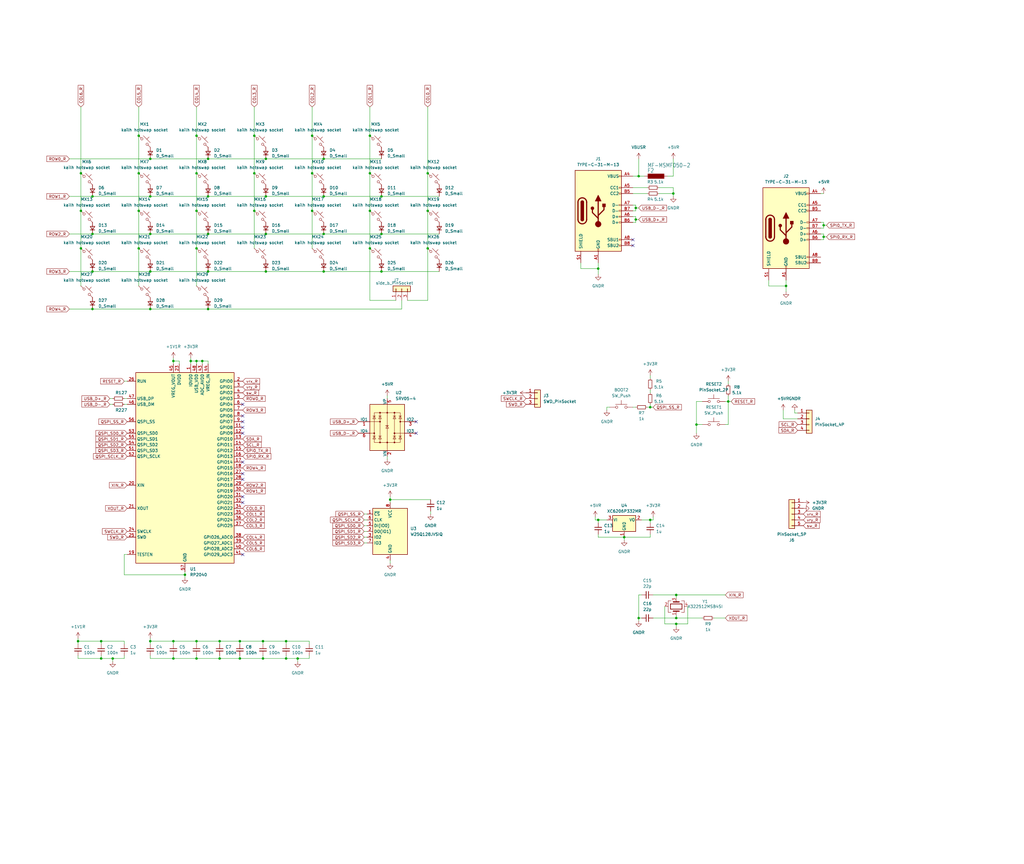
<source format=kicad_sch>
(kicad_sch (version 20231120) (generator "eeschema") (generator_version "8.0")
  (paper "User" 450.012 380.009)
  (lib_symbols
    (symbol "+1V1_1" (power) (pin_names (offset 0))
      (property "Value" "+1V1_1" (at 0 5.08 0))
      (symbol "+1V1_1_1_1"
        (pin power_in line (at 0 0 90) (length 0) hide (name "+1V1R") (number "1"))
      )
    )
    (symbol "+3V3_1" (power) (pin_names (offset 0))
      (property "Value" "+3V3_1" (at 0 5.08 0))
      (symbol "+3V3_1_1_1"
        (pin power_in line (at 0 0 90) (length 0) hide (name "+3V3R") (number "1"))
      )
    )
    (symbol "+5VA_1" (power) (pin_names (offset 0))
      (property "Value" "+5VA_1" (at 0 5.08 0))
      (symbol "+5VA_1_1_1"
        (pin power_in line (at 0 0 90) (length 0) hide (name "+5VR") (number "1"))
      )
    )
    (symbol "Connector:USB_C_Receptacle_USB2.0" (pin_names (offset 1.016))
      (property "Reference" "J" (at -10.16 19.05 0))
      (property "Value" "USB_C_Receptacle_USB2.0" (at 19.05 19.05 0))
      (symbol "USB_C_Receptacle_USB2.0_1_1"
        (pin passive line (at 0 -22.86 90) (length 5.08) (name "GND") (number "A1"))
        (pin passive line (at 0 -22.86 90) (length 5.08) hide (name "GND") (number "A12"))
        (pin passive line (at 15.24 15.24 180) (length 5.08) (name "VBUS") (number "A4"))
        (pin bidirectional line (at 15.24 10.16 180) (length 5.08) (name "CC1") (number "A5"))
        (pin bidirectional line (at 15.24 -2.54 180) (length 5.08) (name "D+") (number "A6"))
        (pin bidirectional line (at 15.24 2.54 180) (length 5.08) (name "D-") (number "A7"))
        (pin bidirectional line (at 15.24 -12.7 180) (length 5.08) (name "SBU1") (number "A8"))
        (pin passive line (at 15.24 15.24 180) (length 5.08) hide (name "VBUS") (number "A9"))
        (pin passive line (at 0 -22.86 90) (length 5.08) hide (name "GND") (number "B1"))
        (pin passive line (at 0 -22.86 90) (length 5.08) hide (name "GND") (number "B12"))
        (pin passive line (at 15.24 15.24 180) (length 5.08) hide (name "VBUS") (number "B4"))
        (pin bidirectional line (at 15.24 7.62 180) (length 5.08) (name "CC2") (number "B5"))
        (pin bidirectional line (at 15.24 -5.08 180) (length 5.08) (name "D+") (number "B6"))
        (pin bidirectional line (at 15.24 0 180) (length 5.08) (name "D-") (number "B7"))
        (pin bidirectional line (at 15.24 -15.24 180) (length 5.08) (name "SBU2") (number "B8"))
        (pin passive line (at 15.24 15.24 180) (length 5.08) hide (name "VBUS") (number "B9"))
        (pin passive line (at -7.62 -22.86 90) (length 5.08) (name "SHIELD") (number "S1"))
      )
    )
    (symbol "Connector_Generic:Conn_01x03" (pin_names (offset 1.016) hide)
      (property "Reference" "J" (at 0 5.08 0))
      (property "Value" "Conn_01x03" (at 0 -5.08 0))
      (symbol "Conn_01x03_1_1"
        (pin passive line (at -5.08 2.54 0) (length 3.81) (name "Pin_1") (number "1"))
        (pin passive line (at -5.08 0 0) (length 3.81) (name "Pin_2") (number "2"))
        (pin passive line (at -5.08 -2.54 0) (length 3.81) (name "Pin_3") (number "3"))
      )
    )
    (symbol "Connector_Generic:Conn_01x04" (pin_names (offset 1.016) hide)
      (property "Reference" "J" (at 0 5.08 0))
      (property "Value" "Conn_01x04" (at 0 -7.62 0))
      (symbol "Conn_01x04_1_1"
        (pin passive line (at -5.08 2.54 0) (length 3.81) (name "Pin_1") (number "1"))
        (pin passive line (at -5.08 0 0) (length 3.81) (name "Pin_2") (number "2"))
        (pin passive line (at -5.08 -2.54 0) (length 3.81) (name "Pin_3") (number "3"))
        (pin passive line (at -5.08 -5.08 0) (length 3.81) (name "Pin_4") (number "4"))
      )
    )
    (symbol "Connector_Generic:Conn_01x05" (pin_names (offset 1.016) hide)
      (property "Reference" "J" (at 0 7.62 0))
      (property "Value" "Conn_01x05" (at 0 -7.62 0))
      (symbol "Conn_01x05_1_1"
        (pin passive line (at -5.08 5.08 0) (length 3.81) (name "Pin_1") (number "1"))
        (pin passive line (at -5.08 2.54 0) (length 3.81) (name "Pin_2") (number "2"))
        (pin passive line (at -5.08 0 0) (length 3.81) (name "Pin_3") (number "3"))
        (pin passive line (at -5.08 -2.54 0) (length 3.81) (name "Pin_4") (number "4"))
        (pin passive line (at -5.08 -5.08 0) (length 3.81) (name "Pin_5") (number "5"))
      )
    )
    (symbol "Device:C_Small" (pin_numbers hide) (pin_names (offset 0.254) hide)
      (property "Reference" "C" (at 0.254 1.778 0))
      (property "Value" "C_Small" (at 0.254 -2.032 0))
      (symbol "C_Small_1_1"
        (pin passive line (at 0 2.54 270) (length 2.032) (name "~") (number "1"))
        (pin passive line (at 0 -2.54 90) (length 2.032) (name "~") (number "2"))
      )
    )
    (symbol "Device:Crystal_GND24" (pin_names (offset 1.016) hide)
      (property "Reference" "Y" (at 3.175 5.08 0))
      (property "Value" "Crystal_GND24" (at 3.175 3.175 0))
      (symbol "Crystal_GND24_1_1"
        (pin passive line (at -3.81 0 0) (length 1.27) (name "1") (number "1"))
        (pin passive line (at 0 5.08 270) (length 1.27) (name "2") (number "2"))
        (pin passive line (at 3.81 0 180) (length 1.27) (name "3") (number "3"))
        (pin passive line (at 0 -5.08 90) (length 1.27) (name "4") (number "4"))
      )
    )
    (symbol "Device:D_Small" (pin_numbers hide) (pin_names (offset 0.254) hide)
      (property "Reference" "D" (at -1.27 2.032 0))
      (property "Value" "D_Small" (at -3.81 -2.032 0))
      (symbol "D_Small_1_1"
        (pin passive line (at -2.54 0 0) (length 1.778) (name "K") (number "1"))
        (pin passive line (at 2.54 0 180) (length 1.778) (name "A") (number "2"))
      )
    )
    (symbol "Device:R_Small" (pin_numbers hide) (pin_names (offset 0.254) hide)
      (property "Reference" "R" (at 0.762 0.508 0))
      (property "Value" "R_Small" (at 0.762 -1.016 0))
      (symbol "R_Small_1_1"
        (pin passive line (at 0 2.54 270) (length 0.762) (name "~") (number "1"))
        (pin passive line (at 0 -2.54 90) (length 0.762) (name "~") (number "2"))
      )
    )
    (symbol "GNDA_1" (power) (pin_names (offset 0))
      (property "Value" "GNDA_1" (at 0 -5.08 0))
      (symbol "GNDA_1_1_1"
        (pin power_in line (at 0 0 270) (length 0) hide (name "GNDR") (number "1"))
      )
    )
    (symbol "Leonardo_Rev3e:L-EUL1812"
      (property "Reference" "L" (at -1.4986 -3.81 90))
      (property "Value" "L-EUL1812" (at 3.302 -3.81 90))
      (symbol "L-EUL1812_1_0"
        (pin passive line (at 0 5.08 270) (length 2.54) (name "1") (number "1"))
        (pin passive line (at 0 -5.08 90) (length 2.54) (name "2") (number "2"))
      )
    )
    (symbol "MCU_RaspberryPi:RP2040"
      (property "Reference" "U" (at 17.78 45.72 0))
      (property "Value" "RP2040" (at 17.78 43.18 0))
      (symbol "RP2040_1_1"
        (pin power_in line (at 2.54 45.72 270) (length 3.81) (name "IOVDD") (number "1"))
        (pin passive line (at 2.54 45.72 270) (length 3.81) hide (name "IOVDD") (number "10"))
        (pin bidirectional line (at 25.4 17.78 180) (length 3.81) (name "GPIO8") (number "11"))
        (pin bidirectional line (at 25.4 15.24 180) (length 3.81) (name "GPIO9") (number "12"))
        (pin bidirectional line (at 25.4 12.7 180) (length 3.81) (name "GPIO10") (number "13"))
        (pin bidirectional line (at 25.4 10.16 180) (length 3.81) (name "GPIO11") (number "14"))
        (pin bidirectional line (at 25.4 7.62 180) (length 3.81) (name "GPIO12") (number "15"))
        (pin bidirectional line (at 25.4 5.08 180) (length 3.81) (name "GPIO13") (number "16"))
        (pin bidirectional line (at 25.4 2.54 180) (length 3.81) (name "GPIO14") (number "17"))
        (pin bidirectional line (at 25.4 0 180) (length 3.81) (name "GPIO15") (number "18"))
        (pin input line (at -25.4 -38.1 0) (length 3.81) (name "TESTEN") (number "19"))
        (pin bidirectional line (at 25.4 38.1 180) (length 3.81) (name "GPIO0") (number "2"))
        (pin input line (at -25.4 -7.62 0) (length 3.81) (name "XIN") (number "20"))
        (pin passive line (at -25.4 -17.78 0) (length 3.81) (name "XOUT") (number "21"))
        (pin passive line (at 2.54 45.72 270) (length 3.81) hide (name "IOVDD") (number "22"))
        (pin power_in line (at -2.54 45.72 270) (length 3.81) (name "DVDD") (number "23"))
        (pin input line (at -25.4 -27.94 0) (length 3.81) (name "SWCLK") (number "24"))
        (pin bidirectional line (at -25.4 -30.48 0) (length 3.81) (name "SWD") (number "25"))
        (pin input line (at -25.4 38.1 0) (length 3.81) (name "RUN") (number "26"))
        (pin bidirectional line (at 25.4 -2.54 180) (length 3.81) (name "GPIO16") (number "27"))
        (pin bidirectional line (at 25.4 -5.08 180) (length 3.81) (name "GPIO17") (number "28"))
        (pin bidirectional line (at 25.4 -7.62 180) (length 3.81) (name "GPIO18") (number "29"))
        (pin bidirectional line (at 25.4 35.56 180) (length 3.81) (name "GPIO1") (number "3"))
        (pin bidirectional line (at 25.4 -10.16 180) (length 3.81) (name "GPIO19") (number "30"))
        (pin bidirectional line (at 25.4 -12.7 180) (length 3.81) (name "GPIO20") (number "31"))
        (pin bidirectional line (at 25.4 -15.24 180) (length 3.81) (name "GPIO21") (number "32"))
        (pin passive line (at 2.54 45.72 270) (length 3.81) hide (name "IOVDD") (number "33"))
        (pin bidirectional line (at 25.4 -17.78 180) (length 3.81) (name "GPIO22") (number "34"))
        (pin bidirectional line (at 25.4 -20.32 180) (length 3.81) (name "GPIO23") (number "35"))
        (pin bidirectional line (at 25.4 -22.86 180) (length 3.81) (name "GPIO24") (number "36"))
        (pin bidirectional line (at 25.4 -25.4 180) (length 3.81) (name "GPIO25") (number "37"))
        (pin bidirectional line (at 25.4 -30.48 180) (length 3.81) (name "GPIO26_ADC0") (number "38"))
        (pin bidirectional line (at 25.4 -33.02 180) (length 3.81) (name "GPIO27_ADC1") (number "39"))
        (pin bidirectional line (at 25.4 33.02 180) (length 3.81) (name "GPIO2") (number "4"))
        (pin bidirectional line (at 25.4 -35.56 180) (length 3.81) (name "GPIO28_ADC2") (number "40"))
        (pin bidirectional line (at 25.4 -38.1 180) (length 3.81) (name "GPIO29_ADC3") (number "41"))
        (pin passive line (at 2.54 45.72 270) (length 3.81) hide (name "IOVDD") (number "42"))
        (pin power_in line (at 7.62 45.72 270) (length 3.81) (name "ADC_AVDD") (number "43"))
        (pin power_in line (at 10.16 45.72 270) (length 3.81) (name "VREG_IN") (number "44"))
        (pin power_out line (at -5.08 45.72 270) (length 3.81) (name "VREG_VOUT") (number "45"))
        (pin bidirectional line (at -25.4 27.94 0) (length 3.81) (name "USB_DM") (number "46"))
        (pin bidirectional line (at -25.4 30.48 0) (length 3.81) (name "USB_DP") (number "47"))
        (pin power_in line (at 5.08 45.72 270) (length 3.81) (name "USB_VDD") (number "48"))
        (pin passive line (at 2.54 45.72 270) (length 3.81) hide (name "IOVDD") (number "49"))
        (pin bidirectional line (at 25.4 30.48 180) (length 3.81) (name "GPIO3") (number "5"))
        (pin passive line (at -2.54 45.72 270) (length 3.81) hide (name "DVDD") (number "50"))
        (pin bidirectional line (at -25.4 7.62 0) (length 3.81) (name "QSPI_SD3") (number "51"))
        (pin output line (at -25.4 5.08 0) (length 3.81) (name "QSPI_SCLK") (number "52"))
        (pin bidirectional line (at -25.4 15.24 0) (length 3.81) (name "QSPI_SD0") (number "53"))
        (pin bidirectional line (at -25.4 10.16 0) (length 3.81) (name "QSPI_SD2") (number "54"))
        (pin bidirectional line (at -25.4 12.7 0) (length 3.81) (name "QSPI_SD1") (number "55"))
        (pin bidirectional line (at -25.4 20.32 0) (length 3.81) (name "QSPI_SS") (number "56"))
        (pin power_in line (at 0 -45.72 90) (length 3.81) (name "GND") (number "57"))
        (pin bidirectional line (at 25.4 27.94 180) (length 3.81) (name "GPIO4") (number "6"))
        (pin bidirectional line (at 25.4 25.4 180) (length 3.81) (name "GPIO5") (number "7"))
        (pin bidirectional line (at 25.4 22.86 180) (length 3.81) (name "GPIO6") (number "8"))
        (pin bidirectional line (at 25.4 20.32 180) (length 3.81) (name "GPIO7") (number "9"))
      )
    )
    (symbol "Memory_Flash:W25Q128JVS"
      (property "Reference" "U" (at -8.89 8.89 0))
      (property "Value" "W25Q128JVS" (at 7.62 8.89 0))
      (symbol "W25Q128JVS_1_1"
        (pin input line (at -10.16 7.62 0) (length 2.54) (name "~{CS}") (number "1"))
        (pin bidirectional line (at -10.16 0 0) (length 2.54) (name "DO(IO1)") (number "2"))
        (pin bidirectional line (at -10.16 -2.54 0) (length 2.54) (name "IO2") (number "3"))
        (pin power_in line (at 0 -12.7 90) (length 2.54) (name "GND") (number "4"))
        (pin bidirectional line (at -10.16 2.54 0) (length 2.54) (name "DI(IO0)") (number "5"))
        (pin input line (at -10.16 5.08 0) (length 2.54) (name "CLK") (number "6"))
        (pin bidirectional line (at -10.16 -5.08 0) (length 2.54) (name "IO3") (number "7"))
        (pin power_in line (at 0 12.7 270) (length 2.54) (name "VCC") (number "8"))
      )
    )
    (symbol "PCM_marbastlib-mx:MX_SW_solder" (pin_numbers hide) (pin_names (offset 1.016) hide)
      (property "Reference" "MX" (at 3.048 1.016 0))
      (property "Value" "MX_SW_solder" (at 0 -3.81 0))
      (symbol "MX_SW_solder_0_1"
        (pin passive line (at -2.54 2.54 0) (length 0) (name "1") (number "1"))
        (pin passive line (at 2.54 -2.54 180) (length 0) (name "2") (number "2"))
      )
    )
    (symbol "PCM_marbastlib-various:SRV05-4" (pin_names (offset 0))
      (property "Reference" "U" (at -5.08 11.43 0))
      (property "Value" "SRV05-4" (at 2.54 11.43 0))
      (symbol "SRV05-4_1_1"
        (pin passive line (at -12.7 2.54 0) (length 5.08) (name "IO1") (number "1"))
        (pin passive line (at 0 -12.7 90) (length 2.54) (name "VN") (number "2"))
        (pin passive line (at 12.7 2.54 180) (length 5.08) (name "IO2") (number "3"))
        (pin passive line (at 12.7 -2.54 180) (length 5.08) (name "IO3") (number "4"))
        (pin passive line (at 0 12.7 270) (length 2.54) (name "VP") (number "5"))
        (pin passive line (at -12.7 -2.54 0) (length 5.08) (name "IO4") (number "6"))
      )
    )
    (symbol "Regulator_Linear:XC6206PxxxMR" (pin_names (offset 0.254))
      (property "Reference" "U" (at -3.81 3.175 0))
      (property "Value" "XC6206PxxxMR" (at 0 3.175 0))
      (symbol "XC6206PxxxMR_1_1"
        (pin power_in line (at 0 -7.62 90) (length 2.54) (name "GND") (number "1"))
        (pin power_out line (at 7.62 0 180) (length 2.54) (name "VO") (number "2"))
        (pin power_in line (at -7.62 0 0) (length 2.54) (name "VI") (number "3"))
      )
    )
    (symbol "Switch:SW_Push" (pin_numbers hide) (pin_names (offset 1.016) hide)
      (property "Reference" "SW" (at 1.27 2.54 0))
      (property "Value" "SW_Push" (at 0 -1.524 0))
      (symbol "SW_Push_0_1"
        (pin passive line (at -5.08 0 0) (length 2.54) (name "1") (number "1"))
        (pin passive line (at 5.08 0 180) (length 2.54) (name "2") (number "2"))
      )
    )
    (symbol "VBUS_1" (power) (pin_names (offset 0))
      (property "Value" "VBUSR" (at 0 5.08 0))
      (symbol "VBUS_1_1_1"
        (pin power_in line (at 0 0 90) (length 0) hide (name "VBUSR") (number "1"))
      )
    )
  )
  (junction (at 91.44 102.87))
  (junction (at 44.45 289.56))
  (junction (at 125.73 289.56))
  (junction (at 40.64 102.87))
  (junction (at 162.56 92.71))
  (junction (at 86.36 281.94))
  (junction (at 86.36 109.22))
  (junction (at 44.45 281.94))
  (junction (at 88.9 158.75))
  (junction (at 345.44 125.73))
  (junction (at 162.56 59.69))
  (junction (at 91.44 135.89))
  (junction (at 34.29 281.94))
  (junction (at 297.18 274.32))
  (junction (at 66.04 119.38))
  (junction (at 49.53 289.56))
  (junction (at 167.64 119.38))
  (junction (at 40.64 119.38))
  (junction (at 86.36 92.71))
  (junction (at 142.24 86.36))
  (junction (at 187.96 76.2))
  (junction (at 297.18 271.78))
  (junction (at 297.18 261.62))
  (junction (at 66.04 135.89))
  (junction (at 91.44 86.36))
  (junction (at 76.2 289.56))
  (junction (at 35.56 92.71))
  (junction (at 86.36 76.2))
  (junction (at 116.84 102.87))
  (junction (at 280.67 271.78))
  (junction (at 171.45 219.71))
  (junction (at 142.24 69.85))
  (junction (at 105.41 281.94))
  (junction (at 125.73 281.94))
  (junction (at 262.89 118.11))
  (junction (at 96.52 281.94))
  (junction (at 137.16 59.69))
  (junction (at 187.96 92.71))
  (junction (at 130.81 289.56))
  (junction (at 60.96 109.22))
  (junction (at 86.36 289.56))
  (junction (at 274.32 236.22))
  (junction (at 187.96 109.22))
  (junction (at 40.64 135.89))
  (junction (at 91.44 119.38))
  (junction (at 262.89 228.6))
  (junction (at 142.24 102.87))
  (junction (at 105.41 289.56))
  (junction (at 361.95 99.06))
  (junction (at 285.75 228.6))
  (junction (at 116.84 69.85))
  (junction (at 66.04 281.94))
  (junction (at 96.52 289.56))
  (junction (at 60.96 76.2))
  (junction (at 280.67 77.47))
  (junction (at 361.95 104.14))
  (junction (at 306.07 186.69))
  (junction (at 137.16 76.2))
  (junction (at 66.04 86.36))
  (junction (at 137.16 92.71))
  (junction (at 111.76 59.69))
  (junction (at 86.36 158.75))
  (junction (at 40.64 86.36))
  (junction (at 279.4 91.44))
  (junction (at 76.2 281.94))
  (junction (at 66.04 69.85))
  (junction (at 279.4 96.52))
  (junction (at 111.76 76.2))
  (junction (at 320.04 176.53))
  (junction (at 81.28 252.73))
  (junction (at 35.56 76.2))
  (junction (at 162.56 109.22))
  (junction (at 162.56 76.2))
  (junction (at 66.04 102.87))
  (junction (at 111.76 92.71))
  (junction (at 76.2 158.75))
  (junction (at 167.64 86.36))
  (junction (at 285.75 179.07))
  (junction (at 83.82 158.75))
  (junction (at 115.57 289.56))
  (junction (at 60.96 59.69))
  (junction (at 142.24 119.38))
  (junction (at 167.64 102.87))
  (junction (at 116.84 86.36))
  (junction (at 86.36 59.69))
  (junction (at 115.57 281.94))
  (junction (at 116.84 119.38))
  (junction (at 35.56 109.22))
  (junction (at 91.44 69.85))
  (junction (at 295.91 85.09))
  (junction (at 60.96 92.71))
  (no_connect (at 278.13 105.41))
  (no_connect (at 278.13 107.95))
  (no_connect (at 106.68 203.2))
  (no_connect (at 106.68 218.44))
  (no_connect (at 106.68 190.5))
  (no_connect (at 106.68 210.82))
  (no_connect (at 106.68 177.8))
  (no_connect (at 106.68 208.28))
  (no_connect (at 106.68 220.98))
  (no_connect (at 106.68 243.84))
  (no_connect (at 106.68 185.42))
  (no_connect (at 106.68 187.96))
  (no_connect (at 106.68 182.88))
  (no_connect (at 182.88 185.42))
  (no_connect (at 182.88 190.5))
  (wire (pts (xy 292.1 274.32) (xy 297.18 274.32)))
  (wire (pts (xy 66.04 283.21) (xy 66.04 281.94)))
  (wire (pts (xy 289.56 82.55) (xy 295.91 82.55)))
  (wire (pts (xy 96.52 289.56) (xy 105.41 289.56)))
  (wire (pts (xy 279.4 97.79) (xy 279.4 96.52)))
  (wire (pts (xy 35.56 46.99) (xy 35.56 76.2)))
  (wire (pts (xy 266.7 179.07) (xy 266.7 180.34)))
  (wire (pts (xy 361.95 104.14) (xy 361.95 105.41)))
  (wire (pts (xy 162.56 109.22) (xy 162.56 132.08)))
  (wire (pts (xy 267.97 179.07) (xy 266.7 179.07)))
  (wire (pts (xy 34.29 280.67) (xy 34.29 281.94)))
  (wire (pts (xy 96.52 283.21) (xy 96.52 281.94)))
  (wire (pts (xy 35.56 109.22) (xy 35.56 125.73)))
  (wire (pts (xy 297.18 270.51) (xy 297.18 271.78)))
  (wire (pts (xy 162.56 132.08) (xy 173.99 132.08)))
  (wire (pts (xy 81.28 254) (xy 81.28 252.73)))
  (wire (pts (xy 297.18 271.78) (xy 308.61 271.78)))
  (wire (pts (xy 361.95 102.87) (xy 361.95 104.14)))
  (wire (pts (xy 34.29 289.56) (xy 44.45 289.56)))
  (wire (pts (xy 66.04 281.94) (xy 76.2 281.94)))
  (wire (pts (xy 86.36 76.2) (xy 86.36 92.71)))
  (wire (pts (xy 30.48 69.85) (xy 66.04 69.85)))
  (wire (pts (xy 295.91 77.47) (xy 295.91 69.85)))
  (wire (pts (xy 360.68 97.79) (xy 361.95 97.79)))
  (wire (pts (xy 280.67 271.78) (xy 281.94 271.78)))
  (wire (pts (xy 292.1 266.7) (xy 292.1 274.32)))
  (wire (pts (xy 361.95 97.79) (xy 361.95 99.06)))
  (wire (pts (xy 86.36 92.71) (xy 86.36 109.22)))
  (wire (pts (xy 162.56 76.2) (xy 162.56 92.71)))
  (wire (pts (xy 54.61 283.21) (xy 54.61 281.94)))
  (wire (pts (xy 285.75 228.6) (xy 287.02 228.6)))
  (wire (pts (xy 361.95 99.06) (xy 363.22 99.06)))
  (wire (pts (xy 40.64 102.87) (xy 66.04 102.87)))
  (wire (pts (xy 76.2 160.02) (xy 76.2 158.75)))
  (wire (pts (xy 115.57 289.56) (xy 125.73 289.56)))
  (wire (pts (xy 361.95 99.06) (xy 361.95 100.33)))
  (wire (pts (xy 262.89 234.95) (xy 262.89 236.22)))
  (wire (pts (xy 105.41 288.29) (xy 105.41 289.56)))
  (wire (pts (xy 30.48 119.38) (xy 40.64 119.38)))
  (wire (pts (xy 60.96 92.71) (xy 60.96 109.22)))
  (wire (pts (xy 40.64 119.38) (xy 66.04 119.38)))
  (wire (pts (xy 280.67 273.05) (xy 280.67 271.78)))
  (wire (pts (xy 278.13 85.09) (xy 284.48 85.09)))
  (wire (pts (xy 160.02 238.76) (xy 161.29 238.76)))
  (wire (pts (xy 279.4 95.25) (xy 278.13 95.25)))
  (wire (pts (xy 66.04 102.87) (xy 91.44 102.87)))
  (wire (pts (xy 54.61 252.73) (xy 81.28 252.73)))
  (wire (pts (xy 34.29 283.21) (xy 34.29 281.94)))
  (wire (pts (xy 297.18 275.59) (xy 297.18 274.32)))
  (wire (pts (xy 49.53 290.83) (xy 49.53 289.56)))
  (wire (pts (xy 295.91 82.55) (xy 295.91 85.09)))
  (wire (pts (xy 105.41 289.56) (xy 115.57 289.56)))
  (wire (pts (xy 361.95 104.14) (xy 363.22 104.14)))
  (wire (pts (xy 30.48 135.89) (xy 40.64 135.89)))
  (wire (pts (xy 187.96 92.71) (xy 187.96 109.22)))
  (wire (pts (xy 49.53 289.56) (xy 54.61 289.56)))
  (wire (pts (xy 361.95 100.33) (xy 360.68 100.33)))
  (wire (pts (xy 289.56 85.09) (xy 295.91 85.09)))
  (wire (pts (xy 189.23 224.79) (xy 189.23 226.06)))
  (wire (pts (xy 167.64 86.36) (xy 193.04 86.36)))
  (wire (pts (xy 285.75 234.95) (xy 285.75 236.22)))
  (wire (pts (xy 83.82 157.48) (xy 83.82 158.75)))
  (wire (pts (xy 44.45 281.94) (xy 44.45 283.21)))
  (wire (pts (xy 88.9 160.02) (xy 88.9 158.75)))
  (wire (pts (xy 345.44 128.27) (xy 345.44 125.73)))
  (wire (pts (xy 116.84 119.38) (xy 142.24 119.38)))
  (wire (pts (xy 313.69 271.78) (xy 318.77 271.78)))
  (wire (pts (xy 160.02 233.68) (xy 161.29 233.68)))
  (wire (pts (xy 170.18 200.66) (xy 170.18 201.93)))
  (wire (pts (xy 115.57 281.94) (xy 125.73 281.94)))
  (wire (pts (xy 344.17 184.15) (xy 350.52 184.15)))
  (wire (pts (xy 306.07 186.69) (xy 308.61 186.69)))
  (wire (pts (xy 171.45 218.44) (xy 171.45 219.71)))
  (wire (pts (xy 76.2 289.56) (xy 86.36 289.56)))
  (wire (pts (xy 60.96 59.69) (xy 60.96 76.2)))
  (wire (pts (xy 105.41 283.21) (xy 105.41 281.94)))
  (wire (pts (xy 280.67 69.85) (xy 280.67 77.47)))
  (wire (pts (xy 60.96 76.2) (xy 60.96 92.71)))
  (wire (pts (xy 44.45 288.29) (xy 44.45 289.56)))
  (wire (pts (xy 40.64 135.89) (xy 66.04 135.89)))
  (wire (pts (xy 76.2 158.75) (xy 78.74 158.75)))
  (wire (pts (xy 91.44 160.02) (xy 91.44 158.75)))
  (wire (pts (xy 78.74 158.75) (xy 78.74 160.02)))
  (wire (pts (xy 285.75 177.8) (xy 285.75 179.07)))
  (wire (pts (xy 360.68 85.09) (xy 361.95 85.09)))
  (wire (pts (xy 66.04 69.85) (xy 91.44 69.85)))
  (wire (pts (xy 187.96 132.08) (xy 187.96 109.22)))
  (wire (pts (xy 176.53 135.89) (xy 176.53 132.08)))
  (wire (pts (xy 344.17 184.15) (xy 344.17 180.34)))
  (wire (pts (xy 66.04 280.67) (xy 66.04 281.94)))
  (wire (pts (xy 274.32 237.49) (xy 274.32 236.22)))
  (wire (pts (xy 30.48 102.87) (xy 40.64 102.87)))
  (wire (pts (xy 361.95 105.41) (xy 360.68 105.41)))
  (wire (pts (xy 54.61 177.8) (xy 55.88 177.8)))
  (wire (pts (xy 281.94 228.6) (xy 285.75 228.6)))
  (wire (pts (xy 160.02 236.22) (xy 161.29 236.22)))
  (wire (pts (xy 81.28 252.73) (xy 81.28 251.46)))
  (wire (pts (xy 76.2 281.94) (xy 76.2 283.21)))
  (wire (pts (xy 35.56 76.2) (xy 35.56 92.71)))
  (wire (pts (xy 86.36 109.22) (xy 86.36 125.73)))
  (wire (pts (xy 285.75 172.72) (xy 285.75 171.45)))
  (wire (pts (xy 137.16 92.71) (xy 137.16 109.22)))
  (wire (pts (xy 187.96 76.2) (xy 187.96 92.71)))
  (wire (pts (xy 262.89 236.22) (xy 274.32 236.22)))
  (wire (pts (xy 281.94 261.62) (xy 280.67 261.62)))
  (wire (pts (xy 297.18 261.62) (xy 318.77 261.62)))
  (wire (pts (xy 302.26 274.32) (xy 297.18 274.32)))
  (wire (pts (xy 54.61 288.29) (xy 54.61 289.56)))
  (wire (pts (xy 35.56 92.71) (xy 35.56 109.22)))
  (wire (pts (xy 279.4 96.52) (xy 280.67 96.52)))
  (wire (pts (xy 302.26 266.7) (xy 302.26 274.32)))
  (wire (pts (xy 255.27 115.57) (xy 255.27 118.11)))
  (wire (pts (xy 278.13 92.71) (xy 279.4 92.71)))
  (wire (pts (xy 40.64 86.36) (xy 66.04 86.36)))
  (wire (pts (xy 280.67 77.47) (xy 283.21 77.47)))
  (wire (pts (xy 66.04 86.36) (xy 91.44 86.36)))
  (wire (pts (xy 111.76 59.69) (xy 111.76 76.2)))
  (wire (pts (xy 111.76 92.71) (xy 111.76 109.22)))
  (wire (pts (xy 86.36 288.29) (xy 86.36 289.56)))
  (wire (pts (xy 293.37 77.47) (xy 295.91 77.47)))
  (wire (pts (xy 83.82 160.02) (xy 83.82 158.75)))
  (wire (pts (xy 349.25 180.34) (xy 349.25 181.61)))
  (wire (pts (xy 278.13 179.07) (xy 279.4 179.07)))
  (wire (pts (xy 261.62 228.6) (xy 262.89 228.6)))
  (wire (pts (xy 171.45 246.38) (xy 171.45 247.65)))
  (wire (pts (xy 337.82 125.73) (xy 345.44 125.73)))
  (wire (pts (xy 142.24 86.36) (xy 167.64 86.36)))
  (wire (pts (xy 142.24 102.87) (xy 167.64 102.87)))
  (wire (pts (xy 125.73 288.29) (xy 125.73 289.56)))
  (wire (pts (xy 125.73 289.56) (xy 130.81 289.56)))
  (wire (pts (xy 48.26 175.26) (xy 49.53 175.26)))
  (wire (pts (xy 115.57 288.29) (xy 115.57 289.56)))
  (wire (pts (xy 116.84 69.85) (xy 142.24 69.85)))
  (wire (pts (xy 86.36 281.94) (xy 96.52 281.94)))
  (wire (pts (xy 115.57 283.21) (xy 115.57 281.94)))
  (wire (pts (xy 91.44 119.38) (xy 116.84 119.38)))
  (wire (pts (xy 116.84 86.36) (xy 142.24 86.36)))
  (wire (pts (xy 279.4 96.52) (xy 279.4 95.25)))
  (wire (pts (xy 262.89 228.6) (xy 266.7 228.6)))
  (wire (pts (xy 105.41 281.94) (xy 115.57 281.94)))
  (wire (pts (xy 96.52 281.94) (xy 105.41 281.94)))
  (wire (pts (xy 280.67 91.44) (xy 279.4 91.44)))
  (wire (pts (xy 171.45 219.71) (xy 189.23 219.71)))
  (wire (pts (xy 280.67 261.62) (xy 280.67 271.78)))
  (wire (pts (xy 44.45 289.56) (xy 49.53 289.56)))
  (wire (pts (xy 278.13 82.55) (xy 284.48 82.55)))
  (wire (pts (xy 349.25 181.61) (xy 350.52 181.61)))
  (wire (pts (xy 321.31 176.53) (xy 320.04 176.53)))
  (wire (pts (xy 86.36 59.69) (xy 86.36 76.2)))
  (wire (pts (xy 306.07 186.69) (xy 306.07 190.5)))
  (wire (pts (xy 48.26 177.8) (xy 49.53 177.8)))
  (wire (pts (xy 60.96 109.22) (xy 60.96 125.73)))
  (wire (pts (xy 160.02 228.6) (xy 161.29 228.6)))
  (wire (pts (xy 278.13 97.79) (xy 279.4 97.79)))
  (wire (pts (xy 297.18 262.89) (xy 297.18 261.62)))
  (wire (pts (xy 130.81 289.56) (xy 135.89 289.56)))
  (wire (pts (xy 285.75 228.6) (xy 285.75 229.87)))
  (wire (pts (xy 262.89 228.6) (xy 262.89 229.87)))
  (wire (pts (xy 284.48 179.07) (xy 285.75 179.07)))
  (wire (pts (xy 76.2 157.48) (xy 76.2 158.75)))
  (wire (pts (xy 320.04 167.64) (xy 320.04 168.91)))
  (wire (pts (xy 137.16 76.2) (xy 137.16 92.71)))
  (wire (pts (xy 318.77 186.69) (xy 320.04 186.69)))
  (wire (pts (xy 66.04 289.56) (xy 76.2 289.56)))
  (wire (pts (xy 54.61 175.26) (xy 55.88 175.26)))
  (wire (pts (xy 171.45 219.71) (xy 171.45 220.98)))
  (wire (pts (xy 91.44 102.87) (xy 116.84 102.87)))
  (wire (pts (xy 162.56 59.69) (xy 162.56 76.2)))
  (wire (pts (xy 54.61 167.64) (xy 55.88 167.64)))
  (wire (pts (xy 60.96 46.99) (xy 60.96 59.69)))
  (wire (pts (xy 44.45 281.94) (xy 54.61 281.94)))
  (wire (pts (xy 337.82 123.19) (xy 337.82 125.73)))
  (wire (pts (xy 345.44 123.19) (xy 345.44 125.73)))
  (wire (pts (xy 162.56 46.99) (xy 162.56 59.69)))
  (wire (pts (xy 66.04 135.89) (xy 91.44 135.89)))
  (wire (pts (xy 34.29 281.94) (xy 44.45 281.94)))
  (wire (pts (xy 88.9 158.75) (xy 86.36 158.75)))
  (wire (pts (xy 86.36 283.21) (xy 86.36 281.94)))
  (wire (pts (xy 55.88 243.84) (xy 54.61 243.84)))
  (wire (pts (xy 287.02 261.62) (xy 297.18 261.62)))
  (wire (pts (xy 162.56 92.71) (xy 162.56 109.22)))
  (wire (pts (xy 160.02 231.14) (xy 161.29 231.14)))
  (wire (pts (xy 278.13 77.47) (xy 280.67 77.47)))
  (wire (pts (xy 262.89 118.11) (xy 262.89 120.65)))
  (wire (pts (xy 287.02 228.6) (xy 287.02 227.33)))
  (wire (pts (xy 116.84 102.87) (xy 142.24 102.87)))
  (wire (pts (xy 274.32 236.22) (xy 285.75 236.22)))
  (wire (pts (xy 306.07 176.53) (xy 306.07 186.69)))
  (wire (pts (xy 320.04 173.99) (xy 320.04 176.53)))
  (wire (pts (xy 142.24 69.85) (xy 167.64 69.85)))
  (wire (pts (xy 83.82 158.75) (xy 86.36 158.75)))
  (wire (pts (xy 91.44 69.85) (xy 116.84 69.85)))
  (wire (pts (xy 88.9 158.75) (xy 91.44 158.75)))
  (wire (pts (xy 76.2 281.94) (xy 86.36 281.94)))
  (wire (pts (xy 179.07 132.08) (xy 187.96 132.08)))
  (wire (pts (xy 91.44 135.89) (xy 176.53 135.89)))
  (wire (pts (xy 167.64 119.38) (xy 193.04 119.38)))
  (wire (pts (xy 308.61 176.53) (xy 306.07 176.53)))
  (wire (pts (xy 279.4 92.71) (xy 279.4 91.44)))
  (wire (pts (xy 91.44 86.36) (xy 116.84 86.36)))
  (wire (pts (xy 30.48 86.36) (xy 40.64 86.36)))
  (wire (pts (xy 255.27 118.11) (xy 262.89 118.11)))
  (wire (pts (xy 96.52 288.29) (xy 96.52 289.56)))
  (wire (pts (xy 34.29 288.29) (xy 34.29 289.56)))
  (wire (pts (xy 125.73 283.21) (xy 125.73 281.94)))
  (wire (pts (xy 111.76 46.99) (xy 111.76 59.69)))
  (wire (pts (xy 135.89 281.94) (xy 135.89 283.21)))
  (wire (pts (xy 125.73 281.94) (xy 135.89 281.94)))
  (wire (pts (xy 137.16 59.69) (xy 137.16 76.2)))
  (wire (pts (xy 66.04 119.38) (xy 91.44 119.38)))
  (wire (pts (xy 135.89 289.56) (xy 135.89 288.29)))
  (wire (pts (xy 54.61 243.84) (xy 54.61 252.73)))
  (wire (pts (xy 66.04 288.29) (xy 66.04 289.56)))
  (wire (pts (xy 160.02 226.06) (xy 161.29 226.06)))
  (wire (pts (xy 111.76 76.2) (xy 111.76 92.71)))
  (wire (pts (xy 285.75 179.07) (xy 287.02 179.07)))
  (wire (pts (xy 142.24 119.38) (xy 167.64 119.38)))
  (wire (pts (xy 137.16 46.99) (xy 137.16 59.69)))
  (wire (pts (xy 187.96 46.99) (xy 187.96 76.2)))
  (wire (pts (xy 86.36 158.75) (xy 86.36 160.02)))
  (wire (pts (xy 287.02 271.78) (xy 297.18 271.78)))
  (wire (pts (xy 320.04 176.53) (xy 318.77 176.53)))
  (wire (pts (xy 130.81 290.83) (xy 130.81 289.56)))
  (wire (pts (xy 261.62 228.6) (xy 261.62 227.33)))
  (wire (pts (xy 320.04 186.69) (xy 320.04 176.53)))
  (wire (pts (xy 86.36 289.56) (xy 96.52 289.56)))
  (wire (pts (xy 295.91 86.36) (xy 295.91 85.09)))
  (wire (pts (xy 285.75 165.1) (xy 285.75 166.37)))
  (wire (pts (xy 170.18 173.99) (xy 170.18 175.26)))
  (wire (pts (xy 86.36 46.99) (xy 86.36 59.69)))
  (wire (pts (xy 76.2 288.29) (xy 76.2 289.56)))
  (wire (pts (xy 279.4 91.44) (xy 279.4 90.17)))
  (wire (pts (xy 360.68 102.87) (xy 361.95 102.87)))
  (wire (pts (xy 167.64 102.87) (xy 193.04 102.87)))
  (wire (pts (xy 262.89 115.57) (xy 262.89 118.11)))
  (wire (pts (xy 278.13 90.17) (xy 279.4 90.17)))
  (global_label "ROW2_R" (shape input) (at 30.48 102.87 180) (property "Intersheetrefs" "${INTERSHEET_REFS}" (effects (hide yes))))
  (global_label "QSPI_SS_R" (shape input) (at 55.88 185.42 180) (property "Intersheetrefs" "${INTERSHEET_REFS}" (effects (hide yes))))
  (global_label "COL4_R" (shape input) (at 86.36 46.99 90) (property "Intersheetrefs" "${INTERSHEET_REFS}" (effects (hide yes))))
  (global_label "COL6_R" (shape input) (at 35.56 46.99 90) (property "Intersheetrefs" "${INTERSHEET_REFS}" (effects (hide yes))))
  (global_label "COL3_R" (shape input) (at 106.68 231.14 0) (property "Intersheetrefs" "${INTERSHEET_REFS}" (effects (hide yes))))
  (global_label "SPI0_TX_R" (shape input) (at 363.22 99.06 0) (property "Intersheetrefs" "${INTERSHEET_REFS}" (effects (hide yes))))
  (global_label "QSPI_SD2_R" (shape input) (at 55.88 195.58 180) (property "Intersheetrefs" "${INTERSHEET_REFS}" (effects (hide yes))))
  (global_label "QSPI_SD1_R" (shape input) (at 55.88 193.04 180) (property "Intersheetrefs" "${INTERSHEET_REFS}" (effects (hide yes))))
  (global_label "ROW0_R" (shape input) (at 106.68 175.26 0) (property "Intersheetrefs" "${INTERSHEET_REFS}" (effects (hide yes))))
  (global_label "SPI0_TX_R" (shape input) (at 106.68 198.12 0) (property "Intersheetrefs" "${INTERSHEET_REFS}" (effects (hide yes))))
  (global_label "ROW0_R" (shape input) (at 30.48 69.85 180) (property "Intersheetrefs" "${INTERSHEET_REFS}" (effects (hide yes))))
  (global_label "USB_D+_R" (shape input) (at 280.67 96.52 0) (property "Intersheetrefs" "${INTERSHEET_REFS}" (effects (hide yes))))
  (global_label "ROW3_R" (shape input) (at 106.68 180.34 0) (property "Intersheetrefs" "${INTERSHEET_REFS}" (effects (hide yes))))
  (global_label "vrx_R" (shape input) (at 353.06 226.06 0) (property "Intersheetrefs" "${INTERSHEET_REFS}" (effects (hide yes))))
  (global_label "RESET_R" (shape input) (at 54.61 167.64 180) (property "Intersheetrefs" "${INTERSHEET_REFS}" (effects (hide yes))))
  (global_label "ROW4_R" (shape input) (at 30.48 135.89 180) (property "Intersheetrefs" "${INTERSHEET_REFS}" (effects (hide yes))))
  (global_label "COL5_R" (shape input) (at 106.68 238.76 0) (property "Intersheetrefs" "${INTERSHEET_REFS}" (effects (hide yes))))
  (global_label "vry_R" (shape input) (at 106.68 170.18 0) (property "Intersheetrefs" "${INTERSHEET_REFS}" (effects (hide yes))))
  (global_label "COL0_R" (shape input) (at 106.68 223.52 0) (property "Intersheetrefs" "${INTERSHEET_REFS}" (effects (hide yes))))
  (global_label "ROW2_R" (shape input) (at 106.68 213.36 0) (property "Intersheetrefs" "${INTERSHEET_REFS}" (effects (hide yes))))
  (global_label "vry_R" (shape input) (at 353.06 228.6 0) (property "Intersheetrefs" "${INTERSHEET_REFS}" (effects (hide yes))))
  (global_label "USB_D-_R" (shape input) (at 48.26 177.8 180) (property "Intersheetrefs" "${INTERSHEET_REFS}" (effects (hide yes))))
  (global_label "COL4_R" (shape input) (at 106.68 236.22 0) (property "Intersheetrefs" "${INTERSHEET_REFS}" (effects (hide yes))))
  (global_label "QSPI_SCLK_R" (shape input) (at 55.88 200.66 180) (property "Intersheetrefs" "${INTERSHEET_REFS}" (effects (hide yes))))
  (global_label "QSPI_SD3_R" (shape input) (at 55.88 198.12 180) (property "Intersheetrefs" "${INTERSHEET_REFS}" (effects (hide yes))))
  (global_label "COL5_R" (shape input) (at 60.96 46.99 90) (property "Intersheetrefs" "${INTERSHEET_REFS}" (effects (hide yes))))
  (global_label "QSPI_SD0_R" (shape input) (at 160.02 231.14 180) (property "Intersheetrefs" "${INTERSHEET_REFS}" (effects (hide yes))))
  (global_label "XOUT_R" (shape input) (at 318.77 271.78 0) (property "Intersheetrefs" "${INTERSHEET_REFS}" (effects (hide yes))))
  (global_label "sw_R" (shape input) (at 353.06 231.14 0) (property "Intersheetrefs" "${INTERSHEET_REFS}" (effects (hide yes))))
  (global_label "USB_D+_R" (shape input) (at 48.26 175.26 180) (property "Intersheetrefs" "${INTERSHEET_REFS}" (effects (hide yes))))
  (global_label "ROW1_R" (shape input) (at 30.48 86.36 180) (property "Intersheetrefs" "${INTERSHEET_REFS}" (effects (hide yes))))
  (global_label "RESET_R" (shape input) (at 321.31 176.53 0) (property "Intersheetrefs" "${INTERSHEET_REFS}" (effects (hide yes))))
  (global_label "QSPI_SCLK_R" (shape input) (at 160.02 228.6 180) (property "Intersheetrefs" "${INTERSHEET_REFS}" (effects (hide yes))))
  (global_label "USB_D-_R" (shape input) (at 280.67 91.44 0) (property "Intersheetrefs" "${INTERSHEET_REFS}" (effects (hide yes))))
  (global_label "sw_R" (shape input) (at 106.68 172.72 0) (property "Intersheetrefs" "${INTERSHEET_REFS}" (effects (hide yes))))
  (global_label "SPI0_RX_R" (shape input) (at 106.68 200.66 0) (property "Intersheetrefs" "${INTERSHEET_REFS}" (effects (hide yes))))
  (global_label "SWD_R" (shape input) (at 55.88 236.22 180) (property "Intersheetrefs" "${INTERSHEET_REFS}" (effects (hide yes))))
  (global_label "USB_D+_R" (shape input) (at 157.48 185.42 180) (property "Intersheetrefs" "${INTERSHEET_REFS}" (effects (hide yes))))
  (global_label "COL1_R" (shape input) (at 162.56 46.99 90) (property "Intersheetrefs" "${INTERSHEET_REFS}" (effects (hide yes))))
  (global_label "ROW1_R" (shape input) (at 106.68 215.9 0) (property "Intersheetrefs" "${INTERSHEET_REFS}" (effects (hide yes))))
  (global_label "QSPI_SD3_R" (shape input) (at 160.02 238.76 180) (property "Intersheetrefs" "${INTERSHEET_REFS}" (effects (hide yes))))
  (global_label "ROW3_R" (shape input) (at 30.48 119.38 180) (property "Intersheetrefs" "${INTERSHEET_REFS}" (effects (hide yes))))
  (global_label "COL6_R" (shape input) (at 106.68 241.3 0) (property "Intersheetrefs" "${INTERSHEET_REFS}" (effects (hide yes))))
  (global_label "SCL_R" (shape input) (at 106.68 195.58 0) (property "Intersheetrefs" "${INTERSHEET_REFS}" (effects (hide yes))))
  (global_label "USB_D-_R" (shape input) (at 157.48 190.5 180) (property "Intersheetrefs" "${INTERSHEET_REFS}" (effects (hide yes))))
  (global_label "QSPI_SS_R" (shape input) (at 287.02 179.07 0) (property "Intersheetrefs" "${INTERSHEET_REFS}" (effects (hide yes))))
  (global_label "vrx_R" (shape input) (at 106.68 167.64 0) (property "Intersheetrefs" "${INTERSHEET_REFS}" (effects (hide yes))))
  (global_label "SWD_R" (shape input) (at 231.14 177.8 180) (property "Intersheetrefs" "${INTERSHEET_REFS}" (effects (hide yes))))
  (global_label "SCL_R" (shape input) (at 350.52 186.69 180) (property "Intersheetrefs" "${INTERSHEET_REFS}" (effects (hide yes))))
  (global_label "COL3_R" (shape input) (at 111.76 46.99 90) (property "Intersheetrefs" "${INTERSHEET_REFS}" (effects (hide yes))))
  (global_label "SPI0_RX_R" (shape input) (at 363.22 104.14 0) (property "Intersheetrefs" "${INTERSHEET_REFS}" (effects (hide yes))))
  (global_label "XIN_R" (shape input) (at 55.88 213.36 180) (property "Intersheetrefs" "${INTERSHEET_REFS}" (effects (hide yes))))
  (global_label "SDA_R" (shape input) (at 106.68 193.04 0) (property "Intersheetrefs" "${INTERSHEET_REFS}" (effects (hide yes))))
  (global_label "ROW4_R" (shape input) (at 106.68 205.74 0) (property "Intersheetrefs" "${INTERSHEET_REFS}" (effects (hide yes))))
  (global_label "SDA_R" (shape input) (at 350.52 189.23 180) (property "Intersheetrefs" "${INTERSHEET_REFS}" (effects (hide yes))))
  (global_label "COL2_R" (shape input) (at 137.16 46.99 90) (property "Intersheetrefs" "${INTERSHEET_REFS}" (effects (hide yes))))
  (global_label "QSPI_SD1_R" (shape input) (at 160.02 233.68 180) (property "Intersheetrefs" "${INTERSHEET_REFS}" (effects (hide yes))))
  (global_label "COL1_R" (shape input) (at 106.68 226.06 0) (property "Intersheetrefs" "${INTERSHEET_REFS}" (effects (hide yes))))
  (global_label "XIN_R" (shape input) (at 318.77 261.62 0) (property "Intersheetrefs" "${INTERSHEET_REFS}" (effects (hide yes))))
  (global_label "COL0_R" (shape input) (at 187.96 46.99 90) (property "Intersheetrefs" "${INTERSHEET_REFS}" (effects (hide yes))))
  (global_label "QSPI_SD0_R" (shape input) (at 55.88 190.5 180) (property "Intersheetrefs" "${INTERSHEET_REFS}" (effects (hide yes))))
  (global_label "QSPI_SD2_R" (shape input) (at 160.02 236.22 180) (property "Intersheetrefs" "${INTERSHEET_REFS}" (effects (hide yes))))
  (global_label "COL2_R" (shape input) (at 106.68 228.6 0) (property "Intersheetrefs" "${INTERSHEET_REFS}" (effects (hide yes))))
  (global_label "SWCLK_R" (shape input) (at 231.14 175.26 180) (property "Intersheetrefs" "${INTERSHEET_REFS}" (effects (hide yes))))
  (global_label "XOUT_R" (shape input) (at 55.88 223.52 180) (property "Intersheetrefs" "${INTERSHEET_REFS}" (effects (hide yes))))
  (global_label "QSPI_SS_R" (shape input) (at 160.02 226.06 180) (property "Intersheetrefs" "${INTERSHEET_REFS}" (effects (hide yes))))
  (global_label "SWCLK_R" (shape input) (at 55.88 233.68 180) (property "Intersheetrefs" "${INTERSHEET_REFS}" (effects (hide yes))))
  (symbol (lib_id "Device:C_Small") (at 284.48 271.78 90) (unit 1)
    (property "Reference" "C16" (at 284.4863 265.43 90))
    (property "Value" "22p" (at 284.4863 267.97 90))
    (property "Footprint" "Capacitor_SMD:C_0402_1005Metric" (effects (hide yes)))
  )
  (symbol (lib_id "Device:C_Small") (at 189.23 222.25 0) (unit 1)
    (property "Reference" "C12" (at 191.77 220.9862 0) (effects (justify left)))
    (property "Value" "1u" (at 191.77 223.5262 0) (effects (justify left)))
    (property "Footprint" "Capacitor_SMD:C_0402_1005Metric" (effects (hide yes)))
  )
  (symbol (lib_id "Device:R_Small") (at 52.07 175.26 90) (unit 1)
    (property "Reference" "R1" (at 52.07 172.72 90))
    (property "Value" "27" (at 54.61 172.72 90))
    (property "Footprint" "Resistor_SMD:R_0402_1005Metric" (effects (hide yes)))
  )
  (symbol (lib_id "Device:C_Small") (at 44.45 285.75 0) (unit 1)
    (property "Reference" "C2" (at 46.99 284.4863 0) (effects (justify left)))
    (property "Value" "100n" (at 46.99 287.0263 0) (effects (justify left)))
    (property "Footprint" "Capacitor_SMD:C_0402_1005Metric" (effects (hide yes)))
  )
  (symbol (lib_id "Device:D_Small") (at 66.04 100.33 90) (unit 1)
    (property "Reference" "D14" (at 68.58 99.06 90) (effects (justify right)))
    (property "Value" "D_Small" (at 68.58 101.6 90) (effects (justify right)))
    (property "Footprint" "mcu:D_SOD-123_new" (effects (hide yes)))
    (property "Sim.Device" "D" (effects (hide yes)))
    (property "Sim.Pins" "1=K 2=A" (effects (hide yes)))
  )
  (symbol (lib_id "Device:Crystal_GND24") (at 297.18 266.7 90) (unit 1)
    (property "Reference" "Y1" (at 309.88 264.4841 90))
    (property "Value" "X322512MSB4SI" (at 309.88 266.7 90))
    (property "Footprint" "Crystal:Crystal_SMD_3225-4Pin_3.2x2.5mm" (effects (hide yes)))
  )
  (symbol (lib_id "Device:C_Small") (at 262.89 232.41 0) (unit 1)
    (property "Reference" "C13" (at 265.43 231.1463 0) (effects (justify left)))
    (property "Value" "1u" (at 265.43 233.6863 0) (effects (justify left)))
    (property "Footprint" "Capacitor_SMD:C_0402_1005Metric" (effects (hide yes)))
  )
  (symbol (lib_id "Device:D_Small") (at 167.64 116.84 90) (unit 1)
    (property "Reference" "D25" (at 170.18 115.57 90) (effects (justify right)))
    (property "Value" "D_Small" (at 170.18 118.11 90) (effects (justify right)))
    (property "Footprint" "mcu:D_SOD-123_new" (effects (hide yes)))
    (property "Sim.Device" "D" (effects (hide yes)))
    (property "Sim.Pins" "1=K 2=A" (effects (hide yes)))
  )
  (symbol (lib_name "GNDA_1") (lib_id "power:GNDA") (at 130.81 290.83 0) (unit 1)
    (property "Reference" "#PWR056" (effects (hide yes)))
    (property "Value" "GNDR" (at 130.81 295.91 0))
  )
  (symbol (lib_name "+3V3_1") (lib_id "power:+3V3") (at 83.82 157.48 0) (unit 1)
    (property "Reference" "#PWR038" (effects (hide yes)))
    (property "Value" "+3V3R" (at 83.82 152.4 0))
  )
  (symbol (lib_id "Device:C_Small") (at 54.61 285.75 0) (unit 1)
    (property "Reference" "C3" (at 57.15 284.4863 0) (effects (justify left)))
    (property "Value" "1u" (at 57.15 287.0263 0) (effects (justify left)))
    (property "Footprint" "Capacitor_SMD:C_0402_1005Metric" (effects (hide yes)))
  )
  (symbol (lib_id "Device:D_Small") (at 142.24 116.84 90) (unit 1)
    (property "Reference" "D24" (at 144.78 115.57 90) (effects (justify right)))
    (property "Value" "D_Small" (at 144.78 118.11 90) (effects (justify right)))
    (property "Footprint" "mcu:D_SOD-123_new" (effects (hide yes)))
    (property "Sim.Device" "D" (effects (hide yes)))
    (property "Sim.Pins" "1=K 2=A" (effects (hide yes)))
  )
  (symbol (lib_name "+3V3_1") (lib_id "power:+3V3") (at 287.02 227.33 0) (unit 1)
    (property "Reference" "#PWR061" (effects (hide yes)))
    (property "Value" "+3V3R" (at 287.02 222.25 0))
  )
  (symbol (lib_id "PCM_marbastlib-mx:MX_SW_solder") (at 38.1 95.25 0) (unit 1)
    (property "Reference" "MX13" (at 38.1 87.63 0))
    (property "Value" "kailh hotswap socket" (at 38.1 90.17 0))
    (property "Footprint" "PCM_marbastlib-mx:SW_MX_HS_1u" (effects (hide yes)))
  )
  (symbol (lib_id "Device:D_Small") (at 116.84 116.84 90) (unit 1)
    (property "Reference" "D23" (at 119.38 115.57 90) (effects (justify right)))
    (property "Value" "D_Small" (at 119.38 118.11 90) (effects (justify right)))
    (property "Footprint" "mcu:D_SOD-123_new" (effects (hide yes)))
    (property "Sim.Device" "D" (effects (hide yes)))
    (property "Sim.Pins" "1=K 2=A" (effects (hide yes)))
  )
  (symbol (lib_id "Device:C_Small") (at 76.2 285.75 0) (unit 1)
    (property "Reference" "C5" (at 78.74 284.4863 0) (effects (justify left)))
    (property "Value" "100n" (at 78.74 287.0263 0) (effects (justify left)))
    (property "Footprint" "Capacitor_SMD:C_0402_1005Metric" (effects (hide yes)))
  )
  (symbol (lib_id "PCM_marbastlib-mx:MX_SW_solder") (at 139.7 62.23 0) (unit 1)
    (property "Reference" "MX4" (at 139.7 54.61 0))
    (property "Value" "kailh hotswap socket" (at 139.7 57.15 0))
    (property "Footprint" "PCM_marbastlib-mx:SW_MX_HS_1u" (effects (hide yes)))
  )
  (symbol (lib_id "PCM_marbastlib-various:SRV05-4") (at 170.18 187.96 0) (unit 1)
    (property "Reference" "U2" (at 173.8061 172.72 0) (effects (justify left)))
    (property "Value" "SRV05-4" (at 173.8061 175.26 0) (effects (justify left)))
    (property "Footprint" "PCM_marbastlib-various:SOT-23-6-routable" (effects (hide yes)))
    (property "Datasheet" "http://www.onsemi.com/pub/Collateral/SRV05-4-D.PDF" (effects (hide yes)))
  )
  (symbol (lib_id "Device:D_Small") (at 40.64 133.35 90) (unit 1)
    (property "Reference" "D27" (at 43.18 132.08 90) (effects (justify right)))
    (property "Value" "D_Small" (at 43.18 134.62 90) (effects (justify right)))
    (property "Footprint" "mcu:D_SOD-123_new" (effects (hide yes)))
    (property "Sim.Device" "D" (effects (hide yes)))
    (property "Sim.Pins" "1=K 2=A" (effects (hide yes)))
  )
  (symbol (lib_id "PCM_marbastlib-mx:MX_SW_solder") (at 88.9 62.23 0) (unit 1)
    (property "Reference" "MX2" (at 88.9 54.61 0))
    (property "Value" "kailh hotswap socket" (at 88.9 57.15 0))
    (property "Footprint" "PCM_marbastlib-mx:SW_MX_HS_1u" (effects (hide yes)))
  )
  (symbol (lib_id "Device:C_Small") (at 285.75 232.41 0) (unit 1)
    (property "Reference" "C14" (at 288.29 231.1463 0) (effects (justify left)))
    (property "Value" "1u" (at 288.29 233.6863 0) (effects (justify left)))
    (property "Footprint" "Capacitor_SMD:C_0402_1005Metric" (effects (hide yes)))
  )
  (symbol (lib_id "Device:D_Small") (at 116.84 83.82 90) (unit 1)
    (property "Reference" "D9" (at 119.38 82.55 90) (effects (justify right)))
    (property "Value" "D_Small" (at 119.38 85.09 90) (effects (justify right)))
    (property "Footprint" "mcu:D_SOD-123_new" (effects (hide yes)))
    (property "Sim.Device" "D" (effects (hide yes)))
    (property "Sim.Pins" "1=K 2=A" (effects (hide yes)))
  )
  (symbol (lib_name "+5VA_1") (lib_id "power:+5VA") (at 261.62 227.33 0) (unit 1)
    (property "Reference" "#PWR060" (effects (hide yes)))
    (property "Value" "+5VR" (at 261.62 222.25 0))
  )
  (symbol (lib_id "Device:D_Small") (at 167.64 67.31 90) (unit 1)
    (property "Reference" "D5" (at 170.18 66.04 90) (effects (justify right)))
    (property "Value" "D_Small" (at 170.18 68.58 90) (effects (justify right)))
    (property "Footprint" "mcu:D_SOD-123_new" (effects (hide yes)))
    (property "Sim.Device" "D" (effects (hide yes)))
    (property "Sim.Pins" "1=K 2=A" (effects (hide yes)))
  )
  (symbol (lib_id "Switch:SW_Push") (at 313.69 176.53 0) (unit 1) (in_bom no)
    (property "Reference" "RESET2" (at 313.69 168.91 0))
    (property "Value" "PinSocket_2P" (at 313.69 171.45 0))
    (property "Footprint" "Connector_PinSocket_2.54mm:PinSocket_1x02_P2.54mm_Vertical" (effects (hide yes)))
  )
  (symbol (lib_name "+3V3_1") (lib_id "power:+3V3") (at 231.14 172.72 90) (unit 1)
    (property "Reference" "#PWR01" (effects (hide yes)))
    (property "Value" "+3V3R" (at 227.33 172.72 90) (effects (justify left)))
  )
  (symbol (lib_id "PCM_marbastlib-mx:MX_SW_solder") (at 165.1 62.23 0) (unit 1)
    (property "Reference" "MX5" (at 165.1 54.61 0))
    (property "Value" "kailh hotswap socket" (at 165.1 57.15 0))
    (property "Footprint" "PCM_marbastlib-mx:SW_MX_HS_1u" (effects (hide yes)))
  )
  (symbol (lib_id "Device:D_Small") (at 40.64 83.82 90) (unit 1)
    (property "Reference" "D6" (at 43.18 82.55 90) (effects (justify right)))
    (property "Value" "D_Small" (at 43.18 85.09 90) (effects (justify right)))
    (property "Footprint" "mcu:D_SOD-123_new" (effects (hide yes)))
    (property "Sim.Device" "D" (effects (hide yes)))
    (property "Sim.Pins" "1=K 2=A" (effects (hide yes)))
  )
  (symbol (lib_name "GNDA_1") (lib_id "power:GNDA") (at 297.18 275.59 0) (unit 1)
    (property "Reference" "#PWR069" (effects (hide yes)))
    (property "Value" "GNDR" (at 297.18 280.67 0))
  )
  (symbol (lib_id "Device:R_Small") (at 285.75 175.26 180) (unit 1)
    (property "Reference" "R6" (at 289.56 173.99 0))
    (property "Value" "5.1k" (at 289.56 176.53 0))
    (property "Footprint" "Resistor_SMD:R_0402_1005Metric" (effects (hide yes)))
  )
  (symbol (lib_id "PCM_marbastlib-mx:MX_SW_solder") (at 114.3 62.23 0) (unit 1)
    (property "Reference" "MX3" (at 114.3 54.61 0))
    (property "Value" "kailh hotswap socket" (at 114.3 57.15 0))
    (property "Footprint" "PCM_marbastlib-mx:SW_MX_HS_1u" (effects (hide yes)))
  )
  (symbol (lib_name "GNDA_1") (lib_id "power:GNDA") (at 280.67 273.05 0) (unit 1)
    (property "Reference" "#PWR068" (effects (hide yes)))
    (property "Value" "GNDR" (at 280.67 278.13 0))
  )
  (symbol (lib_id "Device:C_Small") (at 125.73 285.75 0) (unit 1)
    (property "Reference" "C10" (at 128.27 284.4863 0) (effects (justify left)))
    (property "Value" "100n" (at 128.27 287.0263 0) (effects (justify left)))
    (property "Footprint" "Capacitor_SMD:C_0402_1005Metric" (effects (hide yes)))
  )
  (symbol (lib_id "PCM_marbastlib-mx:MX_SW_solder") (at 114.3 95.25 0) (unit 1)
    (property "Reference" "MX16" (at 114.3 87.63 0))
    (property "Value" "kailh hotswap socket" (at 114.3 90.17 0))
    (property "Footprint" "PCM_marbastlib-mx:SW_MX_HS_1u" (effects (hide yes)))
  )
  (symbol (lib_name "GNDA_1") (lib_id "power:GNDA") (at 171.45 247.65 0) (unit 1)
    (property "Reference" "#PWR071" (effects (hide yes)))
    (property "Value" "GNDR" (at 171.45 252.73 0))
  )
  (symbol (lib_id "Device:C_Small") (at 135.89 285.75 0) (unit 1)
    (property "Reference" "C11" (at 138.43 284.4863 0) (effects (justify left)))
    (property "Value" "1u" (at 138.43 287.0263 0) (effects (justify left)))
    (property "Footprint" "Capacitor_SMD:C_0402_1005Metric" (effects (hide yes)))
  )
  (symbol (lib_id "PCM_marbastlib-mx:MX_SW_solder") (at 88.9 95.25 0) (unit 1)
    (property "Reference" "MX15" (at 88.9 87.63 0))
    (property "Value" "kailh hotswap socket" (at 88.9 90.17 0))
    (property "Footprint" "PCM_marbastlib-mx:SW_MX_HS_1u" (effects (hide yes)))
  )
  (symbol (lib_id "Device:R_Small") (at 281.94 179.07 90) (unit 1)
    (property "Reference" "R7" (at 281.94 181.61 90))
    (property "Value" "1k" (at 281.94 184.15 90))
    (property "Footprint" "Resistor_SMD:R_0402_1005Metric" (effects (hide yes)))
  )
  (symbol (lib_name "GNDA_1") (lib_id "power:GNDA") (at 345.44 128.27 0) (unit 1)
    (property "Reference" "#PWR046" (effects (hide yes)))
    (property "Value" "GNDR" (at 345.44 133.35 0))
  )
  (symbol (lib_id "Leonardo_Rev3e:L-EUL1812") (at 288.29 77.47 270) (unit 1)
    (property "Reference" "F2" (at 284.48 75.9714 90) (effects (font (size 1.778 1.5113)) (justify left bottom)))
    (property "Value" "MF-MSMF050-2" (at 284.48 73.66 90) (effects (font (size 1.778 1.5113)) (justify left bottom)))
    (property "Footprint" "Fuse:Fuse_1812_4532Metric" (effects (hide yes)))
  )
  (symbol (lib_id "PCM_marbastlib-mx:MX_SW_solder") (at 63.5 95.25 0) (unit 1)
    (property "Reference" "MX14" (at 63.5 87.63 0))
    (property "Value" "kailh hotswap socket" (at 63.5 90.17 0))
    (property "Footprint" "PCM_marbastlib-mx:SW_MX_HS_1u" (effects (hide yes)))
  )
  (symbol (lib_name "GNDA_1") (lib_id "power:GNDA") (at 353.06 223.52 90) (unit 1)
    (property "Reference" "#PWR063" (effects (hide yes)))
    (property "Value" "GNDR" (at 356.87 223.52 90) (effects (justify right)))
  )
  (symbol (lib_id "Device:D_Small") (at 193.04 100.33 90) (unit 1)
    (property "Reference" "D19" (at 195.58 99.06 90) (effects (justify right)))
    (property "Value" "D_Small" (at 195.58 101.6 90) (effects (justify right)))
    (property "Footprint" "mcu:D_SOD-123_new" (effects (hide yes)))
    (property "Sim.Device" "D" (effects (hide yes)))
    (property "Sim.Pins" "1=K 2=A" (effects (hide yes)))
  )
  (symbol (lib_id "Device:R_Small") (at 320.04 171.45 180) (unit 1)
    (property "Reference" "R8" (at 323.85 170.18 0))
    (property "Value" "5.1k" (at 323.85 172.72 0))
    (property "Footprint" "Resistor_SMD:R_0402_1005Metric" (effects (hide yes)))
  )
  (symbol (lib_id "Device:R_Small") (at 311.15 271.78 90) (unit 1)
    (property "Reference" "R9" (at 311.15 274.32 90))
    (property "Value" "1k" (at 311.15 276.86 90))
    (property "Footprint" "Resistor_SMD:R_0402_1005Metric" (effects (hide yes)))
  )
  (symbol (lib_id "Device:D_Small") (at 142.24 83.82 90) (unit 1)
    (property "Reference" "D10" (at 144.78 82.55 90) (effects (justify right)))
    (property "Value" "D_Small" (at 144.78 85.09 90) (effects (justify right)))
    (property "Footprint" "mcu:D_SOD-123_new" (effects (hide yes)))
    (property "Sim.Device" "D" (effects (hide yes)))
    (property "Sim.Pins" "1=K 2=A" (effects (hide yes)))
  )
  (symbol (lib_name "+5VA_1") (lib_id "power:+5VA") (at 170.18 173.99 0) (unit 1)
    (property "Reference" "#PWR059" (effects (hide yes)))
    (property "Value" "+5VR" (at 170.18 168.91 0))
  )
  (symbol (lib_id "Memory_Flash:W25Q128JVS") (at 171.45 233.68 0) (unit 1)
    (property "Reference" "U3" (at 180.34 232.41 0) (effects (justify left)))
    (property "Value" "W25Q128JVSIQ" (at 180.34 234.95 0) (effects (justify left)))
    (property "Footprint" "Package_SO:SOIC-8_5.23x5.23mm_P1.27mm" (effects (hide yes)))
    (property "Datasheet" "http://www.winbond.com/resource-files/w25q128jv_dtr%20revc%2003272018%20plus.pdf" (effects (hide yes)))
  )
  (symbol (lib_id "Switch:SW_Push") (at 273.05 179.07 0) (unit 1) (in_bom no)
    (property "Reference" "BOOT2" (at 273.05 171.45 0))
    (property "Value" "SW_Push" (at 273.05 173.99 0))
    (property "Footprint" "Button_Switch_SMD:SW_SPST_TL3342" (effects (hide yes)))
  )
  (symbol (lib_id "PCM_marbastlib-mx:MX_SW_solder") (at 165.1 95.25 0) (unit 1)
    (property "Reference" "MX18" (at 165.1 87.63 0))
    (property "Value" "kailh hotswap socket" (at 165.1 90.17 0))
    (property "Footprint" "PCM_marbastlib-mx:SW_MX_HS_1u" (effects (hide yes)))
  )
  (symbol (lib_id "Device:D_Small") (at 91.44 83.82 90) (unit 1)
    (property "Reference" "D8" (at 93.98 82.55 90) (effects (justify right)))
    (property "Value" "D_Small" (at 93.98 85.09 90) (effects (justify right)))
    (property "Footprint" "mcu:D_SOD-123_new" (effects (hide yes)))
    (property "Sim.Device" "D" (effects (hide yes)))
    (property "Sim.Pins" "1=K 2=A" (effects (hide yes)))
  )
  (symbol (lib_id "PCM_marbastlib-mx:MX_SW_solder") (at 63.5 62.23 0) (unit 1)
    (property "Reference" "MX1" (at 63.5 54.61 0))
    (property "Value" "kailh hotswap socket" (at 63.5 57.15 0))
    (property "Footprint" "PCM_marbastlib-mx:SW_MX_HS_1u" (effects (hide yes)))
  )
  (symbol (lib_name "GNDA_1") (lib_id "power:GNDA") (at 189.23 226.06 0) (unit 1)
    (property "Reference" "#PWR067" (effects (hide yes)))
    (property "Value" "GNDR" (at 189.23 231.14 0))
  )
  (symbol (lib_name "+3V3_1") (lib_id "power:+3V3") (at 285.75 165.1 0) (unit 1)
    (property "Reference" "#PWR048" (effects (hide yes)))
    (property "Value" "+3V3R" (at 285.75 160.02 0))
  )
  (symbol (lib_id "Device:R_Small") (at 287.02 82.55 90) (unit 1)
    (property "Reference" "R3" (at 285.75 80.01 90))
    (property "Value" "5.1k" (at 289.56 80.01 90))
    (property "Footprint" "Resistor_SMD:R_0402_1005Metric" (effects (hide yes)))
  )
  (symbol (lib_name "GNDA_1") (lib_id "power:GNDA") (at 49.53 290.83 0) (unit 1)
    (property "Reference" "#PWR055" (effects (hide yes)))
    (property "Value" "GNDR" (at 49.53 295.91 0))
  )
  (symbol (lib_id "Device:D_Small") (at 167.64 100.33 90) (unit 1)
    (property "Reference" "D18" (at 170.18 99.06 90) (effects (justify right)))
    (property "Value" "D_Small" (at 170.18 101.6 90) (effects (justify right)))
    (property "Footprint" "mcu:D_SOD-123_new" (effects (hide yes)))
    (property "Sim.Device" "D" (effects (hide yes)))
    (property "Sim.Pins" "1=K 2=A" (effects (hide yes)))
  )
  (symbol (lib_id "PCM_marbastlib-mx:MX_SW_solder") (at 63.5 78.74 0) (unit 1)
    (property "Reference" "MX7" (at 63.5 71.12 0))
    (property "Value" "kailh hotswap socket" (at 63.5 73.66 0))
    (property "Footprint" "PCM_marbastlib-mx:SW_MX_HS_1u" (effects (hide yes)))
  )
  (symbol (lib_name "GNDA_1") (lib_id "power:GNDA") (at 262.89 120.65 0) (unit 1)
    (property "Reference" "#PWR043" (effects (hide yes)))
    (property "Value" "GNDR" (at 262.89 125.73 0))
  )
  (symbol (lib_id "Device:D_Small") (at 116.84 100.33 90) (unit 1)
    (property "Reference" "D16" (at 119.38 99.06 90) (effects (justify right)))
    (property "Value" "D_Small" (at 119.38 101.6 90) (effects (justify right)))
    (property "Footprint" "mcu:D_SOD-123_new" (effects (hide yes)))
    (property "Sim.Device" "D" (effects (hide yes)))
    (property "Sim.Pins" "1=K 2=A" (effects (hide yes)))
  )
  (symbol (lib_id "Connector_Generic:Conn_01x03") (at 176.53 127 90) (unit 1)
    (property "Reference" "J7" (at 175.26 123.19 90) (effects (justify left)))
    (property "Value" "side_b_PinSocket" (at 181.61 124.46 90) (effects (justify left)))
    (property "Footprint" "Connector_PinSocket_2.54mm:PinSocket_1x03_P2.54mm_Vertical" (effects (hide yes)))
  )
  (symbol (lib_id "PCM_marbastlib-mx:MX_SW_solder") (at 63.5 128.27 0) (unit 1)
    (property "Reference" "MX28" (at 63.5 120.65 0))
    (property "Value" "kailh hotswap socket" (at 63.5 123.19 0))
    (property "Footprint" "PCM_marbastlib-mx:SW_MX_HS_1u" (effects (hide yes)))
  )
  (symbol (lib_id "Connector_Generic:Conn_01x04") (at 355.6 184.15 0) (unit 1)
    (property "Reference" "J4" (at 358.14 184.15 0) (effects (justify left)))
    (property "Value" "PinSocket_4P" (at 358.14 186.69 0) (effects (justify left)))
    (property "Footprint" "Connector_PinHeader_2.54mm:PinHeader_1x04_P2.54mm_Vertical" (effects (hide yes)))
  )
  (symbol (lib_id "Device:D_Small") (at 40.64 100.33 90) (unit 1)
    (property "Reference" "D13" (at 43.18 99.06 90) (effects (justify right)))
    (property "Value" "D_Small" (at 43.18 101.6 90) (effects (justify right)))
    (property "Footprint" "mcu:D_SOD-123_new" (effects (hide yes)))
    (property "Sim.Device" "D" (effects (hide yes)))
    (property "Sim.Pins" "1=K 2=A" (effects (hide yes)))
  )
  (symbol (lib_name "+5VA_1") (lib_id "power:+5VA") (at 344.17 180.34 0) (unit 1)
    (property "Reference" "#PWR057" (effects (hide yes)))
    (property "Value" "+5VR" (at 344.17 175.26 0))
  )
  (symbol (lib_id "Connector_Generic:Conn_01x03") (at 236.22 175.26 0) (unit 1)
    (property "Reference" "J3" (at 238.76 173.99 0) (effects (justify left)))
    (property "Value" "SWD_PinSocket" (at 238.76 176.53 0) (effects (justify left)))
    (property "Footprint" "Connector_PinSocket_2.54mm:PinSocket_1x03_P2.54mm_Vertical" (effects (hide yes)))
  )
  (symbol (lib_id "MCU_RaspberryPi:RP2040") (at 81.28 205.74 0) (unit 1)
    (property "Reference" "U1" (at 83.4741 250.19 0) (effects (justify left)))
    (property "Value" "RP2040" (at 83.4741 252.73 0) (effects (justify left)))
    (property "Footprint" "Package_DFN_QFN:QFN-56-1EP_7x7mm_P0.4mm_EP3.2x3.2mm" (effects (hide yes)))
    (property "Datasheet" "https://datasheets.raspberrypi.com/rp2040/rp2040-datasheet.pdf" (effects (hide yes)))
  )
  (symbol (lib_id "Device:D_Small") (at 193.04 116.84 90) (unit 1)
    (property "Reference" "D26" (at 195.58 115.57 90) (effects (justify right)))
    (property "Value" "D_Small" (at 195.58 118.11 90) (effects (justify right)))
    (property "Footprint" "mcu:D_SOD-123_new" (effects (hide yes)))
    (property "Sim.Device" "D" (effects (hide yes)))
    (property "Sim.Pins" "1=K 2=A" (effects (hide yes)))
  )
  (symbol (lib_name "GNDA_1") (lib_id "power:GNDA") (at 170.18 201.93 0) (unit 1)
    (property "Reference" "#PWR065" (effects (hide yes)))
    (property "Value" "GNDR" (at 170.18 207.01 0))
  )
  (symbol (lib_id "Device:R_Small") (at 285.75 168.91 180) (unit 1)
    (property "Reference" "R5" (at 289.56 167.64 0))
    (property "Value" "5.1k" (at 289.56 170.18 0))
    (property "Footprint" "Resistor_SMD:R_0402_1005Metric" (effects (hide yes)))
  )
  (symbol (lib_name "VBUS_1") (lib_id "power:VBUS") (at 280.67 69.85 0) (unit 1)
    (property "Reference" "#PWR039" (effects (hide yes)))
    (property "Value" "VBUSR" (at 280.67 64.77 0))
  )
  (symbol (lib_id "Device:D_Small") (at 40.64 116.84 90) (unit 1)
    (property "Reference" "D20" (at 43.18 115.57 90) (effects (justify right)))
    (property "Value" "D_Small" (at 43.18 118.11 90) (effects (justify right)))
    (property "Footprint" "mcu:D_SOD-123_new" (effects (hide yes)))
    (property "Sim.Device" "D" (effects (hide yes)))
    (property "Sim.Pins" "1=K 2=A" (effects (hide yes)))
  )
  (symbol (lib_name "GNDA_1") (lib_id "power:GNDA") (at 81.28 254 0) (unit 1)
    (property "Reference" "#PWR047" (effects (hide yes)))
    (property "Value" "GNDR" (at 81.28 259.08 0))
  )
  (symbol (lib_id "Regulator_Linear:XC6206PxxxMR") (at 274.32 228.6 0) (unit 1)
    (property "Reference" "U4" (at 274.32 222.25 0))
    (property "Value" "XC6206P332MR" (at 274.32 224.79 0))
    (property "Footprint" "Package_TO_SOT_SMD:SOT-23-3" (effects (hide yes)))
    (property "Datasheet" "https://www.torexsemi.com/file/xc6206/XC6206.pdf" (effects (hide yes)))
  )
  (symbol (lib_id "Device:D_Small") (at 66.04 83.82 90) (unit 1)
    (property "Reference" "D7" (at 68.58 82.55 90) (effects (justify right)))
    (property "Value" "D_Small" (at 68.58 85.09 90) (effects (justify right)))
    (property "Footprint" "mcu:D_SOD-123_new" (effects (hide yes)))
    (property "Sim.Device" "D" (effects (hide yes)))
    (property "Sim.Pins" "1=K 2=A" (effects (hide yes)))
  )
  (symbol (lib_id "PCM_marbastlib-mx:MX_SW_solder") (at 114.3 111.76 0) (unit 1)
    (property "Reference" "MX23" (at 114.3 104.14 0))
    (property "Value" "kailh hotswap socket" (at 114.3 106.68 0))
    (property "Footprint" "PCM_marbastlib-mx:SW_MX_HS_1u" (effects (hide yes)))
  )
  (symbol (lib_id "Device:D_Small") (at 66.04 133.35 90) (unit 1)
    (property "Reference" "D28" (at 68.58 132.08 90) (effects (justify right)))
    (property "Value" "D_Small" (at 68.58 134.62 90) (effects (justify right)))
    (property "Footprint" "mcu:D_SOD-123_new" (effects (hide yes)))
    (property "Sim.Device" "D" (effects (hide yes)))
    (property "Sim.Pins" "1=K 2=A" (effects (hide yes)))
  )
  (symbol (lib_id "Device:R_Small") (at 287.02 85.09 90) (unit 1)
    (property "Reference" "R4" (at 285.75 87.63 90))
    (property "Value" "5.1k" (at 289.56 87.63 90))
    (property "Footprint" "Resistor_SMD:R_0402_1005Metric" (effects (hide yes)))
  )
  (symbol (lib_id "PCM_marbastlib-mx:MX_SW_solder") (at 38.1 78.74 0) (unit 1)
    (property "Reference" "MX6" (at 38.1 71.12 0))
    (property "Value" "kailh hotswap socket" (at 38.1 73.66 0))
    (property "Footprint" "PCM_marbastlib-mx:SW_MX_HS_1u" (effects (hide yes)))
  )
  (symbol (lib_id "PCM_marbastlib-mx:MX_SW_solder") (at 165.1 78.74 0) (unit 1)
    (property "Reference" "MX11" (at 165.1 71.12 0))
    (property "Value" "kailh hotswap socket" (at 165.1 73.66 0))
    (property "Footprint" "PCM_marbastlib-mx:SW_MX_HS_1u" (effects (hide yes)))
  )
  (symbol (lib_id "Device:D_Small") (at 142.24 100.33 90) (unit 1)
    (property "Reference" "D17" (at 144.78 99.06 90) (effects (justify right)))
    (property "Value" "D_Small" (at 144.78 101.6 90) (effects (justify right)))
    (property "Footprint" "mcu:D_SOD-123_new" (effects (hide yes)))
    (property "Sim.Device" "D" (effects (hide yes)))
    (property "Sim.Pins" "1=K 2=A" (effects (hide yes)))
  )
  (symbol (lib_name "+5VA_1") (lib_id "power:+5VA") (at 361.95 85.09 0) (unit 1)
    (property "Reference" "#PWR042" (effects (hide yes)))
    (property "Value" "+5VR" (at 361.95 80.01 0))
  )
  (symbol (lib_name "GNDA_1") (lib_id "power:GNDA") (at 295.91 86.36 0) (unit 1)
    (property "Reference" "#PWR041" (effects (hide yes)))
    (property "Value" "GNDR" (at 295.91 91.44 0))
  )
  (symbol (lib_id "Device:C_Small") (at 34.29 285.75 0) (unit 1)
    (property "Reference" "C1" (at 36.83 284.4863 0) (effects (justify left)))
    (property "Value" "100n" (at 36.83 287.0263 0) (effects (justify left)))
    (property "Footprint" "Capacitor_SMD:C_0402_1005Metric" (effects (hide yes)))
  )
  (symbol (lib_id "Device:C_Small") (at 115.57 285.75 0) (unit 1)
    (property "Reference" "C9" (at 118.11 284.4863 0) (effects (justify left)))
    (property "Value" "100n" (at 118.11 287.0263 0) (effects (justify left)))
    (property "Footprint" "Capacitor_SMD:C_0402_1005Metric" (effects (hide yes)))
  )
  (symbol (lib_id "PCM_marbastlib-mx:MX_SW_solder") (at 114.3 78.74 0) (unit 1)
    (property "Reference" "MX9" (at 114.3 71.12 0))
    (property "Value" "kailh hotswap socket" (at 114.3 73.66 0))
    (property "Footprint" "PCM_marbastlib-mx:SW_MX_HS_1u" (effects (hide yes)))
  )
  (symbol (lib_name "+3V3_1") (lib_id "power:+3V3") (at 171.45 218.44 0) (unit 1)
    (property "Reference" "#PWR066" (effects (hide yes)))
    (property "Value" "+3V3R" (at 171.45 213.36 0))
  )
  (symbol (lib_id "Device:D_Small") (at 91.44 116.84 90) (unit 1)
    (property "Reference" "D22" (at 93.98 115.57 90) (effects (justify right)))
    (property "Value" "D_Small" (at 93.98 118.11 90) (effects (justify right)))
    (property "Footprint" "mcu:D_SOD-123_new" (effects (hide yes)))
    (property "Sim.Device" "D" (effects (hide yes)))
    (property "Sim.Pins" "1=K 2=A" (effects (hide yes)))
  )
  (symbol (lib_id "Device:D_Small") (at 91.44 133.35 90) (unit 1)
    (property "Reference" "D29" (at 93.98 132.08 90) (effects (justify right)))
    (property "Value" "D_Small" (at 93.98 134.62 90) (effects (justify right)))
    (property "Footprint" "mcu:D_SOD-123_new" (effects (hide yes)))
    (property "Sim.Device" "D" (effects (hide yes)))
    (property "Sim.Pins" "1=K 2=A" (effects (hide yes)))
  )
  (symbol (lib_name "GNDA_1") (lib_id "power:GNDA") (at 349.25 180.34 180) (unit 1)
    (property "Reference" "#PWR058" (effects (hide yes)))
    (property "Value" "GNDR" (at 349.25 175.26 0))
  )
  (symbol (lib_id "Device:D_Small") (at 167.64 83.82 90) (unit 1)
    (property "Reference" "D11" (at 170.18 82.55 90) (effects (justify right)))
    (property "Value" "D_Small" (at 170.18 85.09 90) (effects (justify right)))
    (property "Footprint" "mcu:D_SOD-123_new" (effects (hide yes)))
    (property "Sim.Device" "D" (effects (hide yes)))
    (property "Sim.Pins" "1=K 2=A" (effects (hide yes)))
  )
  (symbol (lib_id "Device:C_Small") (at 284.48 261.62 270) (unit 1)
    (property "Reference" "C15" (at 284.4736 255.27 90))
    (property "Value" "22p" (at 284.4736 257.81 90))
    (property "Footprint" "Capacitor_SMD:C_0402_1005Metric" (effects (hide yes)))
  )
  (symbol (lib_id "PCM_marbastlib-mx:MX_SW_solder") (at 190.5 78.74 0) (unit 1)
    (property "Reference" "MX12" (at 190.5 71.12 0))
    (property "Value" "kailh hotswap socket" (at 190.5 73.66 0))
    (property "Footprint" "PCM_marbastlib-mx:SW_MX_HS_1u" (effects (hide yes)))
  )
  (symbol (lib_id "PCM_marbastlib-mx:MX_SW_solder") (at 38.1 111.76 0) (unit 1)
    (property "Reference" "MX20" (at 38.1 104.14 0))
    (property "Value" "kailh hotswap socket" (at 38.1 106.68 0))
    (property "Footprint" "PCM_marbastlib-mx:SW_MX_HS_1u" (effects (hide yes)))
  )
  (symbol (lib_id "PCM_marbastlib-mx:MX_SW_solder") (at 38.1 128.27 0) (unit 1)
    (property "Reference" "MX27" (at 38.1 120.65 0))
    (property "Value" "kailh hotswap socket" (at 38.1 123.19 0))
    (property "Footprint" "PCM_marbastlib-mx:SW_MX_HS_1.5u" (effects (hide yes)))
  )
  (symbol (lib_name "+3V3_1") (lib_id "power:+3V3") (at 353.06 220.98 270) (unit 1)
    (property "Reference" "#PWR062" (effects (hide yes)))
    (property "Value" "+3V3R" (at 356.87 220.98 90) (effects (justify left)))
  )
  (symbol (lib_id "Device:C_Small") (at 86.36 285.75 0) (unit 1)
    (property "Reference" "C6" (at 88.9 284.4863 0) (effects (justify left)))
    (property "Value" "100n" (at 88.9 287.0263 0) (effects (justify left)))
    (property "Footprint" "Capacitor_SMD:C_0402_1005Metric" (effects (hide yes)))
  )
  (symbol (lib_id "PCM_marbastlib-mx:MX_SW_solder") (at 190.5 111.76 0) (unit 1)
    (property "Reference" "MX26" (at 190.5 104.14 0))
    (property "Value" "kailh hotswap socket" (at 190.5 106.68 0))
    (property "Footprint" "PCM_marbastlib-mx:SW_MX_HS_1u" (effects (hide yes)))
  )
  (symbol (lib_id "Connector:USB_C_Receptacle_USB2.0") (at 345.44 100.33 0) (unit 1)
    (property "Reference" "J2" (at 345.44 77.47 0))
    (property "Value" "TYPE-C-31-M-13" (at 345.44 80.01 0))
    (property "Footprint" "mcu:HRO-TYPE-C-31-M-13" (effects (hide yes)))
    (property "Datasheet" "https://www.usb.org/sites/default/files/documents/usb_type-c.zip" (effects (hide yes)))
  )
  (symbol (lib_id "Device:D_Small") (at 142.24 67.31 90) (unit 1)
    (property "Reference" "D4" (at 144.78 66.04 90) (effects (justify right)))
    (property "Value" "D_Small" (at 144.78 68.58 90) (effects (justify right)))
    (property "Footprint" "mcu:D_SOD-123_new" (effects (hide yes)))
    (property "Sim.Device" "D" (effects (hide yes)))
    (property "Sim.Pins" "1=K 2=A" (effects (hide yes)))
  )
  (symbol (lib_id "Switch:SW_Push") (at 313.69 186.69 0) (unit 1) (in_bom no)
    (property "Reference" "RESET1" (at 313.69 179.07 0))
    (property "Value" "SW_Push" (at 313.69 181.61 0))
    (property "Footprint" "Button_Switch_SMD:SW_SPST_TL3342" (effects (hide yes)))
  )
  (symbol (lib_name "GNDA_1") (lib_id "power:GNDA") (at 306.07 190.5 0) (unit 1)
    (property "Reference" "#PWR052" (effects (hide yes)))
    (property "Value" "GNDR" (at 306.07 195.58 0))
  )
  (symbol (lib_id "PCM_marbastlib-mx:MX_SW_solder") (at 139.7 78.74 0) (unit 1)
    (property "Reference" "MX10" (at 139.7 71.12 0))
    (property "Value" "kailh hotswap socket" (at 139.7 73.66 0))
    (property "Footprint" "PCM_marbastlib-mx:SW_MX_HS_1u" (effects (hide yes)))
  )
  (symbol (lib_id "Device:D_Small") (at 66.04 116.84 90) (unit 1)
    (property "Reference" "D21" (at 68.58 115.57 90) (effects (justify right)))
    (property "Value" "D_Small" (at 68.58 118.11 90) (effects (justify right)))
    (property "Footprint" "mcu:D_SOD-123_new" (effects (hide yes)))
    (property "Sim.Device" "D" (effects (hide yes)))
    (property "Sim.Pins" "1=K 2=A" (effects (hide yes)))
  )
  (symbol (lib_id "Device:C_Small") (at 66.04 285.75 0) (unit 1)
    (property "Reference" "C4" (at 68.58 284.4863 0) (effects (justify left)))
    (property "Value" "100n" (at 68.58 287.0263 0) (effects (justify left)))
    (property "Footprint" "Capacitor_SMD:C_0402_1005Metric" (effects (hide yes)))
  )
  (symbol (lib_id "PCM_marbastlib-mx:MX_SW_solder") (at 88.9 128.27 0) (unit 1)
    (property "Reference" "MX29" (at 88.9 120.65 0))
    (property "Value" "kailh hotswap socket" (at 88.9 123.19 0))
    (property "Footprint" "PCM_marbastlib-mx:SW_MX_HS_1u" (effects (hide yes)))
  )
  (symbol (lib_name "+1V1_1") (lib_id "power:+1V1") (at 76.2 157.48 0) (unit 1)
    (property "Reference" "#PWR037" (effects (hide yes)))
    (property "Value" "+1V1R" (at 76.2 152.4 0))
  )
  (symbol (lib_id "Device:D_Small") (at 91.44 67.31 90) (unit 1)
    (property "Reference" "D2" (at 93.98 66.04 90) (effects (justify right)))
    (property "Value" "D_Small" (at 93.98 68.58 90) (effects (justify right)))
    (property "Footprint" "mcu:D_SOD-123_new" (effects (hide yes)))
    (property "Sim.Device" "D" (effects (hide yes)))
    (property "Sim.Pins" "1=K 2=A" (effects (hide yes)))
  )
  (symbol (lib_name "+5VA_1") (lib_id "power:+5VA") (at 295.91 69.85 0) (unit 1)
    (property "Reference" "#PWR040" (effects (hide yes)))
    (property "Value" "+5VR" (at 295.91 64.77 0))
  )
  (symbol (lib_name "+3V3_1") (lib_id "power:+3V3") (at 320.04 167.64 0) (unit 1)
    (property "Reference" "#PWR049" (effects (hide yes)))
    (property "Value" "+3V3R" (at 320.04 162.56 0))
  )
  (symbol (lib_id "PCM_marbastlib-mx:MX_SW_solder") (at 63.5 111.76 0) (unit 1)
    (property "Reference" "MX21" (at 63.5 104.14 0))
    (property "Value" "kailh hotswap socket" (at 63.5 106.68 0))
    (property "Footprint" "PCM_marbastlib-mx:SW_MX_HS_1u" (effects (hide yes)))
  )
  (symbol (lib_id "PCM_marbastlib-mx:MX_SW_solder") (at 139.7 95.25 0) (unit 1)
    (property "Reference" "MX17" (at 139.7 87.63 0))
    (property "Value" "kailh hotswap socket" (at 139.7 90.17 0))
    (property "Footprint" "PCM_marbastlib-mx:SW_MX_HS_1u" (effects (hide yes)))
  )
  (symbol (lib_id "Device:C_Small") (at 96.52 285.75 0) (unit 1)
    (property "Reference" "C7" (at 99.06 284.4863 0) (effects (justify left)))
    (property "Value" "100n" (at 99.06 287.0263 0) (effects (justify left)))
    (property "Footprint" "Capacitor_SMD:C_0402_1005Metric" (effects (hide yes)))
  )
  (symbol (lib_id "Device:D_Small") (at 116.84 67.31 90) (unit 1)
    (property "Reference" "D3" (at 119.38 66.04 90) (effects (justify right)))
    (property "Value" "D_Small" (at 119.38 68.58 90) (effects (justify right)))
    (property "Footprint" "mcu:D_SOD-123_new" (effects (hide yes)))
    (property "Sim.Device" "D" (effects (hide yes)))
    (property "Sim.Pins" "1=K 2=A" (effects (hide yes)))
  )
  (symbol (lib_id "Device:R_Small") (at 52.07 177.8 90) (unit 1)
    (property "Reference" "R2" (at 52.07 180.34 90))
    (property "Value" "27" (at 54.61 180.34 90))
    (property "Footprint" "Resistor_SMD:R_0402_1005Metric" (effects (hide yes)))
  )
  (symbol (lib_id "Connector:USB_C_Receptacle_USB2.0") (at 262.89 92.71 0) (unit 1)
    (property "Reference" "J1" (at 262.89 69.85 0))
    (property "Value" "TYPE-C-31-M-13" (at 262.89 72.39 0))
    (property "Footprint" "mcu:HRO-TYPE-C-31-M-13" (effects (hide yes)))
    (property "Datasheet" "https://www.usb.org/sites/default/files/documents/usb_type-c.zip" (effects (hide yes)))
  )
  (symbol (lib_name "+3V3_1") (lib_id "power:+3V3") (at 66.04 280.67 0) (unit 1)
    (property "Reference" "#PWR054" (effects (hide yes)))
    (property "Value" "+3V3R" (at 66.04 275.59 0))
  )
  (symbol (lib_id "Device:D_Small") (at 66.04 67.31 90) (unit 1)
    (property "Reference" "D1" (at 68.58 66.04 90) (effects (justify right)))
    (property "Value" "D_Small" (at 68.58 68.58 90) (effects (justify right)))
    (property "Footprint" "mcu:D_SOD-123_new" (effects (hide yes)))
    (property "Sim.Device" "D" (effects (hide yes)))
    (property "Sim.Pins" "1=K 2=A" (effects (hide yes)))
  )
  (symbol (lib_name "GNDA_1") (lib_id "power:GNDA") (at 274.32 237.49 0) (unit 1)
    (property "Reference" "#PWR064" (effects (hide yes)))
    (property "Value" "GNDR" (at 274.32 242.57 0))
  )
  (symbol (lib_id "PCM_marbastlib-mx:MX_SW_solder") (at 139.7 111.76 0) (unit 1)
    (property "Reference" "MX24" (at 139.7 104.14 0))
    (property "Value" "kailh hotswap socket" (at 139.7 106.68 0))
    (property "Footprint" "PCM_marbastlib-mx:SW_MX_HS_1u" (effects (hide yes)))
  )
  (symbol (lib_name "GNDA_1") (lib_id "power:GNDA") (at 266.7 180.34 0) (unit 1)
    (property "Reference" "#PWR051" (effects (hide yes)))
    (property "Value" "GNDR" (at 266.7 185.42 0))
  )
  (symbol (lib_id "PCM_marbastlib-mx:MX_SW_solder") (at 190.5 95.25 0) (unit 1)
    (property "Reference" "MX19" (at 190.5 87.63 0))
    (property "Value" "kailh hotswap socket" (at 190.5 90.17 0))
    (property "Footprint" "PCM_marbastlib-mx:SW_MX_HS_1u" (effects (hide yes)))
  )
  (symbol (lib_id "Device:D_Small") (at 91.44 100.33 90) (unit 1)
    (property "Reference" "D15" (at 93.98 99.06 90) (effects (justify right)))
    (property "Value" "D_Small" (at 93.98 101.6 90) (effects (justify right)))
    (property "Footprint" "mcu:D_SOD-123_new" (effects (hide yes)))
    (property "Sim.Device" "D" (effects (hide yes)))
    (property "Sim.Pins" "1=K 2=A" (effects (hide yes)))
  )
  (symbol (lib_id "PCM_marbastlib-mx:MX_SW_solder") (at 88.9 78.74 0) (unit 1)
    (property "Reference" "MX8" (at 88.9 71.12 0))
    (property "Value" "kailh hotswap socket" (at 88.9 73.66 0))
    (property "Footprint" "PCM_marbastlib-mx:SW_MX_HS_1u" (effects (hide yes)))
  )
  (symbol (lib_id "Connector_Generic:Conn_01x05") (at 347.98 226.06 0) (mirror y) (unit 1)
    (property "Reference" "J6" (at 347.98 237.49 0))
    (property "Value" "PinSocket_5P" (at 347.98 234.95 0))
    (property "Footprint" "Connector_PinHeader_2.54mm:PinHeader_1x05_P2.54mm_Vertical" (effects (hide yes)))
  )
  (symbol (lib_name "+1V1_1") (lib_id "power:+1V1") (at 34.29 280.67 0) (unit 1)
    (property "Reference" "#PWR053" (effects (hide yes)))
    (property "Value" "+1V1R" (at 34.29 275.59 0))
  )
  (symbol (lib_id "PCM_marbastlib-mx:MX_SW_solder") (at 165.1 111.76 0) (unit 1)
    (property "Reference" "MX25" (at 165.1 104.14 0))
    (property "Value" "kailh hotswap socket" (at 165.1 106.68 0))
    (property "Footprint" "PCM_marbastlib-mx:SW_MX_HS_1u" (effects (hide yes)))
  )
  (symbol (lib_id "Device:C_Small") (at 105.41 285.75 0) (unit 1)
    (property "Reference" "C8" (at 107.95 284.4863 0) (effects (justify left)))
    (property "Value" "100n" (at 107.95 287.0263 0) (effects (justify left)))
    (property "Footprint" "Capacitor_SMD:C_0402_1005Metric" (effects (hide yes)))
  )
  (symbol (lib_id "Device:D_Small") (at 193.04 83.82 90) (unit 1)
    (property "Reference" "D12" (at 195.58 82.55 90) (effects (justify right)))
    (property "Value" "D_Small" (at 195.58 85.09 90) (effects (justify right)))
    (property "Footprint" "mcu:D_SOD-123_new" (effects (hide yes)))
    (property "Sim.Device" "D" (effects (hide yes)))
    (property "Sim.Pins" "1=K 2=A" (effects (hide yes)))
  )
  (symbol (lib_id "PCM_marbastlib-mx:MX_SW_solder") (at 88.9 111.76 0) (unit 1)
    (property "Reference" "MX22" (at 88.9 104.14 0))
    (property "Value" "kailh hotswap socket" (at 88.9 106.68 0))
    (property "Footprint" "PCM_marbastlib-mx:SW_MX_HS_1u" (effects (hide yes)))
  )
)
</source>
